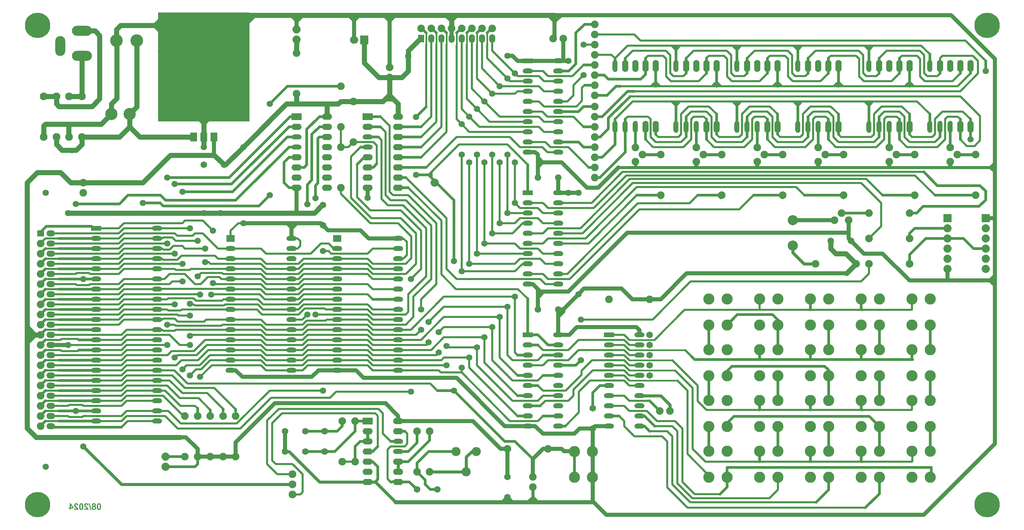
<source format=gbl>
G04 Layer_Physical_Order=2*
G04 Layer_Color=16711680*
%FSLAX25Y25*%
%MOIN*%
G70*
G01*
G75*
%ADD10C,0.05000*%
%ADD11C,0.02500*%
%ADD12C,0.04000*%
%ADD13C,0.02000*%
%ADD14C,0.03000*%
%ADD15R,0.90000X1.07500*%
%ADD16O,0.19700X0.09800*%
%ADD17O,0.09800X0.19700*%
%ADD18C,0.08000*%
%ADD19R,0.08000X0.08000*%
%ADD20C,0.06500*%
%ADD21C,0.17716*%
%ADD22R,0.07000X0.09000*%
%ADD23C,0.25000*%
%ADD24C,0.07600*%
%ADD25O,0.08000X0.07600*%
%ADD26R,0.08000X0.08500*%
%ADD27C,0.09000*%
%ADD28C,0.07500*%
%ADD29C,0.12000*%
%ADD30R,0.06000X0.07500*%
%ADD31O,0.06000X0.08500*%
%ADD32R,0.10000X0.05000*%
%ADD33O,0.10000X0.05000*%
%ADD34R,0.08000X0.06500*%
%ADD35O,0.10000X0.06000*%
%ADD36R,0.10000X0.07000*%
%ADD37C,0.10000*%
%ADD38C,0.12500*%
%ADD39O,0.05000X0.12000*%
%ADD40O,0.06000X0.12000*%
%ADD41C,0.11000*%
%ADD42R,0.07000X0.06000*%
%ADD43O,0.08500X0.06000*%
%ADD44C,0.06693*%
%ADD45C,0.06200*%
%ADD46C,0.05000*%
%ADD47C,0.01500*%
G36*
X689592Y403931D02*
X689759Y403914D01*
X689909Y403881D01*
X690042Y403839D01*
X690175Y403789D01*
X690292Y403731D01*
X690400Y403673D01*
X690500Y403614D01*
X690584Y403548D01*
X690659Y403489D01*
X690725Y403431D01*
X690784Y403381D01*
X690825Y403339D01*
X690850Y403306D01*
X690867Y403289D01*
X690875Y403281D01*
X690983Y403123D01*
X691083Y402940D01*
X691167Y402740D01*
X691233Y402531D01*
X691300Y402323D01*
X691350Y402098D01*
X691392Y401882D01*
X691425Y401673D01*
X691450Y401473D01*
X691467Y401282D01*
X691483Y401115D01*
X691492Y400965D01*
Y400840D01*
X691500Y400790D01*
Y400749D01*
Y400707D01*
Y400690D01*
Y400674D01*
Y400665D01*
X691492Y400332D01*
X691475Y400024D01*
X691450Y399741D01*
X691408Y399482D01*
X691367Y399249D01*
X691317Y399041D01*
X691267Y398858D01*
X691217Y398691D01*
X691167Y398550D01*
X691109Y398425D01*
X691067Y398325D01*
X691025Y398241D01*
X690983Y398175D01*
X690959Y398133D01*
X690942Y398108D01*
X690934Y398100D01*
X690825Y397975D01*
X690700Y397867D01*
X690584Y397767D01*
X690459Y397683D01*
X690325Y397617D01*
X690201Y397558D01*
X690084Y397508D01*
X689967Y397475D01*
X689851Y397442D01*
X689751Y397425D01*
X689659Y397408D01*
X689584Y397392D01*
X689517D01*
X689467Y397383D01*
X689426D01*
X689259Y397392D01*
X689093Y397408D01*
X688943Y397442D01*
X688809Y397483D01*
X688676Y397533D01*
X688559Y397592D01*
X688451Y397650D01*
X688351Y397708D01*
X688268Y397767D01*
X688185Y397825D01*
X688126Y397883D01*
X688068Y397933D01*
X688026Y397975D01*
X688001Y398008D01*
X687985Y398025D01*
X687976Y398033D01*
X687868Y398191D01*
X687768Y398375D01*
X687685Y398575D01*
X687610Y398783D01*
X687552Y398999D01*
X687502Y399216D01*
X687452Y399433D01*
X687418Y399649D01*
X687393Y399849D01*
X687377Y400041D01*
X687360Y400207D01*
X687352Y400357D01*
X687343Y400482D01*
Y400532D01*
Y400574D01*
Y400615D01*
Y400640D01*
Y400649D01*
Y400657D01*
X687352Y400990D01*
X687368Y401290D01*
X687402Y401573D01*
X687443Y401832D01*
X687485Y402073D01*
X687543Y402290D01*
X687593Y402481D01*
X687651Y402648D01*
X687710Y402798D01*
X687768Y402923D01*
X687826Y403031D01*
X687868Y403123D01*
X687910Y403189D01*
X687943Y403239D01*
X687960Y403264D01*
X687968Y403273D01*
X688068Y403389D01*
X688185Y403489D01*
X688301Y403581D01*
X688418Y403656D01*
X688534Y403722D01*
X688659Y403781D01*
X688776Y403823D01*
X688893Y403856D01*
X689001Y403881D01*
X689101Y403906D01*
X689193Y403922D01*
X689268Y403931D01*
X689334Y403939D01*
X689426D01*
X689592Y403931D01*
D02*
G37*
G36*
X681937Y397392D02*
X681038D01*
X679438Y404014D01*
X680363D01*
X681937Y397392D01*
D02*
G37*
G36*
X664361Y399857D02*
Y398791D01*
X661745D01*
Y397500D01*
X660554D01*
Y398791D01*
X659763D01*
Y399866D01*
X660554D01*
Y403931D01*
X661595D01*
X664361Y399857D01*
D02*
G37*
G36*
X684628Y403931D02*
X684786Y403922D01*
X684936Y403897D01*
X685078Y403864D01*
X685203Y403831D01*
X685319Y403789D01*
X685427Y403748D01*
X685519Y403706D01*
X685602Y403656D01*
X685677Y403614D01*
X685744Y403573D01*
X685794Y403539D01*
X685836Y403506D01*
X685861Y403481D01*
X685877Y403473D01*
X685886Y403464D01*
X685977Y403373D01*
X686052Y403281D01*
X686119Y403181D01*
X686177Y403081D01*
X686219Y402989D01*
X686260Y402889D01*
X686319Y402706D01*
X686360Y402540D01*
X686369Y402465D01*
X686377Y402406D01*
X686385Y402356D01*
Y402323D01*
Y402298D01*
Y402290D01*
X686377Y402132D01*
X686352Y401990D01*
X686319Y401857D01*
X686277Y401740D01*
X686244Y401648D01*
X686210Y401573D01*
X686186Y401532D01*
X686177Y401515D01*
X686086Y401390D01*
X685977Y401282D01*
X685861Y401190D01*
X685744Y401107D01*
X685644Y401049D01*
X685552Y400999D01*
X685519Y400990D01*
X685502Y400974D01*
X685486Y400965D01*
X685477D01*
X685669Y400865D01*
X685844Y400757D01*
X685977Y400649D01*
X686094Y400540D01*
X686186Y400441D01*
X686244Y400365D01*
X686285Y400307D01*
X686294Y400299D01*
Y400290D01*
X686377Y400124D01*
X686435Y399957D01*
X686485Y399799D01*
X686510Y399649D01*
X686527Y399524D01*
X686535Y399466D01*
Y399424D01*
X686544Y399383D01*
Y399358D01*
Y399341D01*
Y399333D01*
X686535Y399158D01*
X686510Y398999D01*
X686477Y398841D01*
X686435Y398699D01*
X686385Y398566D01*
X686327Y398441D01*
X686269Y398333D01*
X686202Y398233D01*
X686135Y398141D01*
X686077Y398066D01*
X686019Y398000D01*
X685969Y397941D01*
X685927Y397900D01*
X685886Y397867D01*
X685869Y397850D01*
X685861Y397842D01*
X685744Y397758D01*
X685627Y397692D01*
X685511Y397633D01*
X685386Y397575D01*
X685144Y397492D01*
X684911Y397442D01*
X684811Y397425D01*
X684711Y397408D01*
X684619Y397400D01*
X684544Y397392D01*
X684486Y397383D01*
X684403D01*
X684228Y397392D01*
X684070Y397408D01*
X683911Y397433D01*
X683770Y397467D01*
X683637Y397508D01*
X683511Y397558D01*
X683395Y397608D01*
X683295Y397658D01*
X683203Y397708D01*
X683120Y397758D01*
X683053Y397808D01*
X682995Y397850D01*
X682953Y397883D01*
X682920Y397908D01*
X682903Y397925D01*
X682895Y397933D01*
X682795Y398041D01*
X682712Y398158D01*
X682628Y398275D01*
X682570Y398391D01*
X682512Y398516D01*
X682470Y398641D01*
X682395Y398866D01*
X682379Y398974D01*
X682362Y399074D01*
X682345Y399158D01*
X682337Y399233D01*
X682329Y399299D01*
Y399341D01*
Y399374D01*
Y399383D01*
X682337Y399583D01*
X682370Y399757D01*
X682420Y399924D01*
X682470Y400057D01*
X682520Y400174D01*
X682570Y400257D01*
X682587Y400290D01*
X682604Y400316D01*
X682612Y400324D01*
Y400332D01*
X682728Y400482D01*
X682854Y400607D01*
X682987Y400715D01*
X683120Y400807D01*
X683237Y400874D01*
X683328Y400924D01*
X683370Y400940D01*
X683395Y400957D01*
X683412Y400965D01*
X683420D01*
X683270Y401040D01*
X683145Y401124D01*
X683028Y401215D01*
X682937Y401299D01*
X682862Y401373D01*
X682812Y401432D01*
X682779Y401473D01*
X682770Y401490D01*
X682695Y401623D01*
X682637Y401765D01*
X682595Y401898D01*
X682562Y402023D01*
X682545Y402132D01*
X682537Y402215D01*
Y402248D01*
Y402273D01*
Y402281D01*
Y402290D01*
X682545Y402423D01*
X682562Y402540D01*
X682587Y402665D01*
X682612Y402773D01*
X682695Y402973D01*
X682787Y403139D01*
X682837Y403214D01*
X682887Y403281D01*
X682928Y403331D01*
X682962Y403381D01*
X682995Y403414D01*
X683020Y403439D01*
X683037Y403456D01*
X683045Y403464D01*
X683145Y403548D01*
X683253Y403623D01*
X683362Y403681D01*
X683478Y403739D01*
X683595Y403789D01*
X683720Y403823D01*
X683945Y403881D01*
X684053Y403897D01*
X684145Y403914D01*
X684236Y403922D01*
X684311Y403931D01*
X684378Y403939D01*
X684461D01*
X684628Y403931D01*
D02*
G37*
G36*
X677114D02*
X677264Y403922D01*
X677414Y403897D01*
X677547Y403872D01*
X677672Y403839D01*
X677789Y403797D01*
X677905Y403756D01*
X677997Y403722D01*
X678089Y403681D01*
X678172Y403639D01*
X678239Y403598D01*
X678297Y403564D01*
X678339Y403539D01*
X678372Y403514D01*
X678389Y403506D01*
X678397Y403498D01*
X678497Y403406D01*
X678588Y403306D01*
X678672Y403198D01*
X678747Y403081D01*
X678813Y402964D01*
X678863Y402840D01*
X678955Y402606D01*
X678988Y402490D01*
X679013Y402381D01*
X679038Y402290D01*
X679055Y402206D01*
X679063Y402140D01*
X679072Y402081D01*
X679080Y402048D01*
Y402040D01*
X677855Y401923D01*
X677831Y402107D01*
X677797Y402265D01*
X677755Y402398D01*
X677714Y402506D01*
X677672Y402590D01*
X677631Y402648D01*
X677606Y402681D01*
X677597Y402690D01*
X677506Y402765D01*
X677406Y402823D01*
X677306Y402865D01*
X677206Y402898D01*
X677122Y402914D01*
X677056Y402923D01*
X676989D01*
X676848Y402914D01*
X676731Y402889D01*
X676623Y402848D01*
X676539Y402814D01*
X676473Y402773D01*
X676423Y402731D01*
X676389Y402706D01*
X676381Y402698D01*
X676306Y402606D01*
X676248Y402506D01*
X676215Y402398D01*
X676181Y402298D01*
X676164Y402206D01*
X676156Y402132D01*
Y402081D01*
Y402073D01*
Y402065D01*
X676164Y401923D01*
X676198Y401790D01*
X676239Y401665D01*
X676281Y401548D01*
X676331Y401457D01*
X676373Y401382D01*
X676406Y401332D01*
X676414Y401324D01*
Y401315D01*
X676456Y401257D01*
X676514Y401190D01*
X676573Y401115D01*
X676648Y401032D01*
X676814Y400865D01*
X676989Y400690D01*
X677156Y400524D01*
X677231Y400457D01*
X677297Y400390D01*
X677356Y400341D01*
X677397Y400299D01*
X677422Y400274D01*
X677431Y400266D01*
X677614Y400091D01*
X677780Y399924D01*
X677939Y399766D01*
X678080Y399624D01*
X678205Y399482D01*
X678314Y399358D01*
X678414Y399241D01*
X678505Y399133D01*
X678580Y399041D01*
X678639Y398958D01*
X678688Y398891D01*
X678730Y398833D01*
X678763Y398783D01*
X678788Y398749D01*
X678797Y398733D01*
X678805Y398725D01*
X678922Y398508D01*
X679013Y398291D01*
X679088Y398083D01*
X679147Y397891D01*
X679163Y397808D01*
X679180Y397733D01*
X679197Y397667D01*
X679205Y397608D01*
X679213Y397567D01*
X679222Y397525D01*
Y397508D01*
Y397500D01*
X674923D01*
Y398641D01*
X677364D01*
X677289Y398758D01*
X677206Y398866D01*
X677172Y398908D01*
X677139Y398941D01*
X677122Y398966D01*
X677114Y398974D01*
X677081Y399008D01*
X677039Y399058D01*
X676931Y399158D01*
X676814Y399274D01*
X676689Y399391D01*
X676573Y399507D01*
X676473Y399599D01*
X676431Y399633D01*
X676406Y399658D01*
X676389Y399674D01*
X676381Y399682D01*
X676273Y399782D01*
X676181Y399874D01*
X676006Y400041D01*
X675873Y400182D01*
X675756Y400299D01*
X675673Y400390D01*
X675615Y400457D01*
X675581Y400491D01*
X675573Y400507D01*
X675456Y400665D01*
X675356Y400815D01*
X675273Y400949D01*
X675198Y401074D01*
X675148Y401173D01*
X675115Y401257D01*
X675090Y401307D01*
X675082Y401315D01*
Y401324D01*
X675032Y401473D01*
X674990Y401615D01*
X674965Y401757D01*
X674940Y401882D01*
X674932Y401990D01*
X674923Y402073D01*
Y402107D01*
Y402132D01*
Y402140D01*
Y402148D01*
X674932Y402290D01*
X674948Y402423D01*
X674973Y402548D01*
X675007Y402673D01*
X675098Y402889D01*
X675140Y402981D01*
X675190Y403073D01*
X675248Y403156D01*
X675290Y403223D01*
X675340Y403281D01*
X675382Y403331D01*
X675415Y403373D01*
X675440Y403398D01*
X675456Y403414D01*
X675465Y403423D01*
X675573Y403514D01*
X675681Y403589D01*
X675806Y403664D01*
X675923Y403722D01*
X676048Y403772D01*
X676173Y403814D01*
X676414Y403872D01*
X676523Y403897D01*
X676623Y403914D01*
X676723Y403922D01*
X676797Y403931D01*
X676864Y403939D01*
X676956D01*
X677114Y403931D01*
D02*
G37*
G36*
X667168D02*
X667318Y403922D01*
X667468Y403897D01*
X667601Y403872D01*
X667726Y403839D01*
X667843Y403797D01*
X667959Y403756D01*
X668051Y403722D01*
X668143Y403681D01*
X668226Y403639D01*
X668293Y403598D01*
X668351Y403564D01*
X668393Y403539D01*
X668426Y403514D01*
X668443Y403506D01*
X668451Y403498D01*
X668551Y403406D01*
X668643Y403306D01*
X668726Y403198D01*
X668801Y403081D01*
X668867Y402964D01*
X668917Y402840D01*
X669009Y402606D01*
X669042Y402490D01*
X669067Y402381D01*
X669092Y402290D01*
X669109Y402206D01*
X669117Y402140D01*
X669126Y402081D01*
X669134Y402048D01*
Y402040D01*
X667909Y401923D01*
X667884Y402107D01*
X667851Y402265D01*
X667809Y402398D01*
X667768Y402506D01*
X667726Y402590D01*
X667685Y402648D01*
X667660Y402681D01*
X667651Y402690D01*
X667560Y402765D01*
X667460Y402823D01*
X667360Y402865D01*
X667260Y402898D01*
X667176Y402914D01*
X667110Y402923D01*
X667043D01*
X666901Y402914D01*
X666785Y402889D01*
X666677Y402848D01*
X666593Y402814D01*
X666527Y402773D01*
X666477Y402731D01*
X666443Y402706D01*
X666435Y402698D01*
X666360Y402606D01*
X666302Y402506D01*
X666268Y402398D01*
X666235Y402298D01*
X666219Y402206D01*
X666210Y402132D01*
Y402081D01*
Y402073D01*
Y402065D01*
X666219Y401923D01*
X666252Y401790D01*
X666293Y401665D01*
X666335Y401548D01*
X666385Y401457D01*
X666427Y401382D01*
X666460Y401332D01*
X666468Y401324D01*
Y401315D01*
X666510Y401257D01*
X666568Y401190D01*
X666627Y401115D01*
X666702Y401032D01*
X666868Y400865D01*
X667043Y400690D01*
X667210Y400524D01*
X667285Y400457D01*
X667351Y400390D01*
X667410Y400341D01*
X667451Y400299D01*
X667476Y400274D01*
X667485Y400266D01*
X667668Y400091D01*
X667835Y399924D01*
X667993Y399766D01*
X668134Y399624D01*
X668259Y399482D01*
X668368Y399358D01*
X668468Y399241D01*
X668559Y399133D01*
X668634Y399041D01*
X668692Y398958D01*
X668742Y398891D01*
X668784Y398833D01*
X668817Y398783D01*
X668842Y398749D01*
X668851Y398733D01*
X668859Y398725D01*
X668976Y398508D01*
X669067Y398291D01*
X669142Y398083D01*
X669201Y397891D01*
X669217Y397808D01*
X669234Y397733D01*
X669251Y397667D01*
X669259Y397608D01*
X669267Y397567D01*
X669276Y397525D01*
Y397508D01*
Y397500D01*
X664977D01*
Y398641D01*
X667418D01*
X667343Y398758D01*
X667260Y398866D01*
X667226Y398908D01*
X667193Y398941D01*
X667176Y398966D01*
X667168Y398974D01*
X667135Y399008D01*
X667093Y399058D01*
X666985Y399158D01*
X666868Y399274D01*
X666743Y399391D01*
X666627Y399507D01*
X666527Y399599D01*
X666485Y399633D01*
X666460Y399658D01*
X666443Y399674D01*
X666435Y399682D01*
X666327Y399782D01*
X666235Y399874D01*
X666060Y400041D01*
X665927Y400182D01*
X665810Y400299D01*
X665727Y400390D01*
X665669Y400457D01*
X665635Y400491D01*
X665627Y400507D01*
X665510Y400665D01*
X665410Y400815D01*
X665327Y400949D01*
X665252Y401074D01*
X665202Y401173D01*
X665169Y401257D01*
X665144Y401307D01*
X665135Y401315D01*
Y401324D01*
X665086Y401473D01*
X665044Y401615D01*
X665019Y401757D01*
X664994Y401882D01*
X664986Y401990D01*
X664977Y402073D01*
Y402107D01*
Y402132D01*
Y402140D01*
Y402148D01*
X664986Y402290D01*
X665002Y402423D01*
X665027Y402548D01*
X665061Y402673D01*
X665152Y402889D01*
X665194Y402981D01*
X665244Y403073D01*
X665302Y403156D01*
X665344Y403223D01*
X665394Y403281D01*
X665435Y403331D01*
X665469Y403373D01*
X665494Y403398D01*
X665510Y403414D01*
X665519Y403423D01*
X665627Y403514D01*
X665735Y403589D01*
X665860Y403664D01*
X665977Y403722D01*
X666102Y403772D01*
X666227Y403814D01*
X666468Y403872D01*
X666577Y403897D01*
X666677Y403914D01*
X666777Y403922D01*
X666852Y403931D01*
X666918Y403939D01*
X667010D01*
X667168Y403931D01*
D02*
G37*
G36*
X672191D02*
X672358Y403914D01*
X672508Y403881D01*
X672641Y403839D01*
X672774Y403789D01*
X672891Y403731D01*
X672999Y403673D01*
X673099Y403614D01*
X673182Y403548D01*
X673257Y403489D01*
X673324Y403431D01*
X673382Y403381D01*
X673424Y403339D01*
X673449Y403306D01*
X673465Y403289D01*
X673474Y403281D01*
X673582Y403123D01*
X673682Y402940D01*
X673765Y402740D01*
X673832Y402531D01*
X673899Y402323D01*
X673949Y402098D01*
X673990Y401882D01*
X674024Y401673D01*
X674049Y401473D01*
X674065Y401282D01*
X674082Y401115D01*
X674090Y400965D01*
Y400840D01*
X674099Y400790D01*
Y400749D01*
Y400707D01*
Y400690D01*
Y400674D01*
Y400665D01*
X674090Y400332D01*
X674074Y400024D01*
X674049Y399741D01*
X674007Y399482D01*
X673965Y399249D01*
X673915Y399041D01*
X673865Y398858D01*
X673815Y398691D01*
X673765Y398550D01*
X673707Y398425D01*
X673666Y398325D01*
X673624Y398241D01*
X673582Y398175D01*
X673557Y398133D01*
X673540Y398108D01*
X673532Y398100D01*
X673424Y397975D01*
X673299Y397867D01*
X673182Y397767D01*
X673057Y397683D01*
X672924Y397617D01*
X672799Y397558D01*
X672683Y397508D01*
X672566Y397475D01*
X672449Y397442D01*
X672349Y397425D01*
X672258Y397408D01*
X672183Y397392D01*
X672116D01*
X672066Y397383D01*
X672024D01*
X671858Y397392D01*
X671691Y397408D01*
X671541Y397442D01*
X671408Y397483D01*
X671275Y397533D01*
X671158Y397592D01*
X671050Y397650D01*
X670950Y397708D01*
X670867Y397767D01*
X670783Y397825D01*
X670725Y397883D01*
X670667Y397933D01*
X670625Y397975D01*
X670600Y398008D01*
X670583Y398025D01*
X670575Y398033D01*
X670467Y398191D01*
X670367Y398375D01*
X670284Y398575D01*
X670209Y398783D01*
X670150Y398999D01*
X670100Y399216D01*
X670050Y399433D01*
X670017Y399649D01*
X669992Y399849D01*
X669975Y400041D01*
X669959Y400207D01*
X669950Y400357D01*
X669942Y400482D01*
Y400532D01*
Y400574D01*
Y400615D01*
Y400640D01*
Y400649D01*
Y400657D01*
X669950Y400990D01*
X669967Y401290D01*
X670000Y401573D01*
X670042Y401832D01*
X670084Y402073D01*
X670142Y402290D01*
X670192Y402481D01*
X670250Y402648D01*
X670308Y402798D01*
X670367Y402923D01*
X670425Y403031D01*
X670467Y403123D01*
X670508Y403189D01*
X670542Y403239D01*
X670558Y403264D01*
X670567Y403273D01*
X670667Y403389D01*
X670783Y403489D01*
X670900Y403581D01*
X671017Y403656D01*
X671133Y403722D01*
X671258Y403781D01*
X671375Y403823D01*
X671491Y403856D01*
X671600Y403881D01*
X671700Y403906D01*
X671791Y403922D01*
X671866Y403931D01*
X671933Y403939D01*
X672024D01*
X672191Y403931D01*
D02*
G37*
%LPC*%
G36*
X689467Y402923D02*
X689426D01*
X689342Y402914D01*
X689268Y402898D01*
X689201Y402873D01*
X689143Y402848D01*
X689101Y402823D01*
X689068Y402798D01*
X689043Y402781D01*
X689034Y402773D01*
X688968Y402706D01*
X688918Y402623D01*
X688868Y402531D01*
X688826Y402440D01*
X688793Y402348D01*
X688759Y402273D01*
X688751Y402223D01*
X688743Y402215D01*
Y402206D01*
X688726Y402123D01*
X688701Y402023D01*
X688685Y401907D01*
X688676Y401790D01*
X688651Y401532D01*
X688643Y401273D01*
X688634Y401157D01*
Y401040D01*
X688626Y400932D01*
Y400840D01*
Y400765D01*
Y400707D01*
Y400674D01*
Y400657D01*
Y400449D01*
X688634Y400266D01*
Y400091D01*
X688643Y399932D01*
X688659Y399782D01*
X688668Y399649D01*
X688676Y399533D01*
X688693Y399433D01*
X688701Y399341D01*
X688718Y399258D01*
X688726Y399191D01*
X688734Y399141D01*
X688743Y399099D01*
X688751Y399074D01*
X688759Y399058D01*
Y399049D01*
X688801Y398924D01*
X688843Y398816D01*
X688884Y398725D01*
X688926Y398658D01*
X688968Y398608D01*
X689001Y398566D01*
X689018Y398550D01*
X689026Y398541D01*
X689093Y398491D01*
X689159Y398458D01*
X689226Y398433D01*
X689293Y398416D01*
X689342Y398408D01*
X689384Y398400D01*
X689426D01*
X689509Y398408D01*
X689584Y398425D01*
X689651Y398441D01*
X689709Y398466D01*
X689759Y398491D01*
X689792Y398516D01*
X689817Y398525D01*
X689826Y398533D01*
X689884Y398600D01*
X689942Y398683D01*
X689992Y398775D01*
X690026Y398866D01*
X690059Y398958D01*
X690084Y399033D01*
X690101Y399083D01*
X690109Y399091D01*
Y399099D01*
X690126Y399191D01*
X690142Y399291D01*
X690159Y399399D01*
X690167Y399524D01*
X690192Y399782D01*
X690201Y400041D01*
X690209Y400157D01*
Y400274D01*
X690217Y400382D01*
Y400474D01*
Y400549D01*
Y400607D01*
Y400640D01*
Y400657D01*
Y400865D01*
X690209Y401049D01*
Y401224D01*
X690201Y401390D01*
X690184Y401532D01*
X690175Y401665D01*
X690167Y401782D01*
X690150Y401890D01*
X690142Y401973D01*
X690134Y402057D01*
X690117Y402123D01*
X690109Y402173D01*
X690101Y402215D01*
Y402240D01*
X690092Y402256D01*
Y402265D01*
X690051Y402390D01*
X690009Y402498D01*
X689967Y402590D01*
X689926Y402656D01*
X689884Y402706D01*
X689851Y402748D01*
X689834Y402765D01*
X689826Y402773D01*
X689759Y402823D01*
X689692Y402856D01*
X689626Y402889D01*
X689559Y402906D01*
X689509Y402914D01*
X689467Y402923D01*
D02*
G37*
G36*
X661745Y402040D02*
Y399866D01*
X663211D01*
X661745Y402040D01*
D02*
G37*
G36*
X684511Y402964D02*
X684453D01*
X684328Y402956D01*
X684220Y402931D01*
X684128Y402898D01*
X684053Y402865D01*
X683986Y402823D01*
X683945Y402790D01*
X683911Y402765D01*
X683903Y402756D01*
X683828Y402673D01*
X683778Y402581D01*
X683736Y402490D01*
X683711Y402398D01*
X683695Y402323D01*
X683686Y402256D01*
Y402215D01*
Y402198D01*
X683695Y402065D01*
X683720Y401957D01*
X683753Y401857D01*
X683795Y401773D01*
X683836Y401707D01*
X683870Y401665D01*
X683895Y401632D01*
X683903Y401623D01*
X683986Y401557D01*
X684078Y401507D01*
X684170Y401473D01*
X684261Y401448D01*
X684344Y401432D01*
X684411Y401423D01*
X684470D01*
X684594Y401432D01*
X684703Y401457D01*
X684794Y401490D01*
X684869Y401523D01*
X684936Y401557D01*
X684978Y401590D01*
X685011Y401615D01*
X685019Y401623D01*
X685086Y401707D01*
X685136Y401798D01*
X685178Y401898D01*
X685203Y401990D01*
X685219Y402073D01*
X685227Y402140D01*
Y402181D01*
Y402198D01*
X685219Y402323D01*
X685194Y402431D01*
X685161Y402523D01*
X685119Y402598D01*
X685086Y402665D01*
X685053Y402706D01*
X685028Y402740D01*
X685019Y402748D01*
X684936Y402823D01*
X684844Y402873D01*
X684744Y402914D01*
X684661Y402940D01*
X684578Y402956D01*
X684511Y402964D01*
D02*
G37*
G36*
X684486Y400449D02*
X684445D01*
X684303Y400441D01*
X684178Y400407D01*
X684070Y400357D01*
X683978Y400307D01*
X683903Y400257D01*
X683845Y400207D01*
X683811Y400174D01*
X683803Y400166D01*
X683720Y400057D01*
X683653Y399941D01*
X683611Y399816D01*
X683578Y399699D01*
X683562Y399599D01*
X683545Y399516D01*
Y399482D01*
Y399458D01*
Y399449D01*
Y399441D01*
X683553Y399258D01*
X683587Y399099D01*
X683620Y398966D01*
X683670Y398850D01*
X683711Y398766D01*
X683753Y398699D01*
X683786Y398666D01*
X683795Y398650D01*
X683895Y398558D01*
X683995Y398491D01*
X684103Y398441D01*
X684203Y398408D01*
X684295Y398391D01*
X684361Y398383D01*
X684411Y398375D01*
X684428D01*
X684569Y398383D01*
X684694Y398416D01*
X684803Y398466D01*
X684903Y398516D01*
X684978Y398566D01*
X685028Y398616D01*
X685069Y398650D01*
X685078Y398658D01*
X685161Y398775D01*
X685227Y398899D01*
X685269Y399033D01*
X685302Y399166D01*
X685319Y399283D01*
X685327Y399374D01*
X685336Y399408D01*
Y399433D01*
Y399449D01*
Y399458D01*
X685327Y399591D01*
X685302Y399716D01*
X685269Y399832D01*
X685227Y399932D01*
X685186Y400016D01*
X685152Y400074D01*
X685127Y400116D01*
X685119Y400132D01*
X685028Y400241D01*
X684919Y400316D01*
X684803Y400374D01*
X684694Y400407D01*
X684594Y400432D01*
X684519Y400441D01*
X684486Y400449D01*
D02*
G37*
G36*
X672066Y402923D02*
X672024D01*
X671941Y402914D01*
X671866Y402898D01*
X671800Y402873D01*
X671741Y402848D01*
X671700Y402823D01*
X671666Y402798D01*
X671641Y402781D01*
X671633Y402773D01*
X671566Y402706D01*
X671516Y402623D01*
X671466Y402531D01*
X671425Y402440D01*
X671391Y402348D01*
X671358Y402273D01*
X671350Y402223D01*
X671341Y402215D01*
Y402206D01*
X671325Y402123D01*
X671300Y402023D01*
X671283Y401907D01*
X671275Y401790D01*
X671250Y401532D01*
X671241Y401273D01*
X671233Y401157D01*
Y401040D01*
X671225Y400932D01*
Y400840D01*
Y400765D01*
Y400707D01*
Y400674D01*
Y400657D01*
Y400449D01*
X671233Y400266D01*
Y400091D01*
X671241Y399932D01*
X671258Y399782D01*
X671266Y399649D01*
X671275Y399533D01*
X671291Y399433D01*
X671300Y399341D01*
X671316Y399258D01*
X671325Y399191D01*
X671333Y399141D01*
X671341Y399099D01*
X671350Y399074D01*
X671358Y399058D01*
Y399049D01*
X671400Y398924D01*
X671441Y398816D01*
X671483Y398725D01*
X671525Y398658D01*
X671566Y398608D01*
X671600Y398566D01*
X671616Y398550D01*
X671625Y398541D01*
X671691Y398491D01*
X671758Y398458D01*
X671825Y398433D01*
X671891Y398416D01*
X671941Y398408D01*
X671983Y398400D01*
X672024D01*
X672108Y398408D01*
X672183Y398425D01*
X672249Y398441D01*
X672308Y398466D01*
X672358Y398491D01*
X672391Y398516D01*
X672416Y398525D01*
X672424Y398533D01*
X672483Y398600D01*
X672541Y398683D01*
X672591Y398775D01*
X672624Y398866D01*
X672657Y398958D01*
X672683Y399033D01*
X672699Y399083D01*
X672708Y399091D01*
Y399099D01*
X672724Y399191D01*
X672741Y399291D01*
X672757Y399399D01*
X672766Y399524D01*
X672791Y399782D01*
X672799Y400041D01*
X672808Y400157D01*
Y400274D01*
X672816Y400382D01*
Y400474D01*
Y400549D01*
Y400607D01*
Y400640D01*
Y400657D01*
Y400865D01*
X672808Y401049D01*
Y401224D01*
X672799Y401390D01*
X672783Y401532D01*
X672774Y401665D01*
X672766Y401782D01*
X672749Y401890D01*
X672741Y401973D01*
X672732Y402057D01*
X672716Y402123D01*
X672708Y402173D01*
X672699Y402215D01*
Y402240D01*
X672691Y402256D01*
Y402265D01*
X672649Y402390D01*
X672608Y402498D01*
X672566Y402590D01*
X672524Y402656D01*
X672483Y402706D01*
X672449Y402748D01*
X672433Y402765D01*
X672424Y402773D01*
X672358Y402823D01*
X672291Y402856D01*
X672224Y402889D01*
X672158Y402906D01*
X672108Y402914D01*
X672066Y402923D01*
D02*
G37*
%LPD*%
D10*
X829000Y885000D02*
X842000D01*
X659500Y765000D02*
Y777500D01*
X994000Y850000D02*
X1006500Y862500D01*
X719500Y790000D02*
X720750Y788750D01*
X691500Y777500D02*
X701500Y787500D01*
X719500Y775000D02*
Y787500D01*
X707000Y803000D02*
Y859500D01*
X701500Y797500D02*
X707000Y803000D01*
X706500Y860000D02*
X707000Y859500D01*
X1410000Y655000D02*
Y662500D01*
Y655000D02*
X1415000Y650000D01*
X1425000D01*
X1435000Y640000D01*
X1425500Y630500D02*
X1435000Y640000D01*
X879000Y885000D02*
X889000D01*
X842000D02*
X879000D01*
X874000Y797500D02*
X884000D01*
X636500Y777500D02*
X659500D01*
X635000Y776000D02*
X636500Y777500D01*
X659500D02*
X691500D01*
X709500Y765000D02*
X719500Y775000D01*
X672500Y765000D02*
X709500D01*
X660000Y805000D02*
X672500D01*
Y844900D01*
X719500Y775000D02*
X729500Y765000D01*
X720750Y788750D02*
X726500Y794500D01*
X719500Y787500D02*
X720750Y788750D01*
X759500Y747000D02*
X802500D01*
X732500Y720000D02*
X759500Y747000D01*
X744500Y875000D02*
X749000Y870500D01*
X744500Y875000D02*
X749500D01*
X710500D02*
X744500D01*
X748500Y879000D01*
X706500Y871000D02*
X710500Y875000D01*
X706500Y860000D02*
Y871000D01*
X729500Y765000D02*
X782500D01*
X701500Y787500D02*
Y797500D01*
X726500Y794500D02*
Y860000D01*
X672500Y869500D02*
X685500D01*
X690000Y865000D01*
Y805000D02*
Y865000D01*
X682500Y795000D02*
X690000Y802500D01*
X650000Y795000D02*
X682500D01*
X647500Y797500D02*
X650000Y795000D01*
X647500Y797500D02*
Y805000D01*
X836000Y879000D02*
X842000Y885000D01*
X792500Y690000D02*
X809000D01*
X803000Y747000D02*
X812500Y737500D01*
X802500Y747000D02*
X803000D01*
X792500Y755000D02*
Y765000D01*
X812500Y737500D02*
X814000D01*
X786000Y785500D02*
X792500Y779000D01*
Y784500D01*
Y779000D02*
X800000Y786500D01*
X792500Y765000D02*
Y779000D01*
X662000Y752000D02*
X662500Y751500D01*
X627500Y469000D02*
X769000D01*
X809000Y690000D02*
X884000D01*
X940000Y800000D02*
X969000D01*
X927500D02*
X940000D01*
X969000D02*
X971500Y802500D01*
X925000Y797500D02*
X927500Y800000D01*
X994000Y844500D02*
Y850000D01*
X647500Y757500D02*
X653000Y752000D01*
X647500Y757500D02*
Y765000D01*
X653000Y752000D02*
X662000D01*
X667000D02*
X672500Y757500D01*
Y765000D01*
X635000D02*
Y776000D01*
Y805000D02*
X647500D01*
X662000Y752000D02*
X667000D01*
X914000Y797500D02*
X925000D01*
X979000Y802500D02*
X984000Y797500D01*
X831500Y755000D02*
X874000Y797500D01*
X914000Y785000D02*
Y797500D01*
X984000Y786000D02*
Y797500D01*
X975500Y885000D02*
X982000D01*
X1036500Y872500D02*
Y878500D01*
Y885000D02*
X1043000D01*
X1138000D01*
X1036500Y878500D02*
Y885000D01*
X982000D02*
X1036500D01*
X884000Y847500D02*
Y860500D01*
Y690000D02*
X901500D01*
X909400Y697900D01*
X814000Y737500D02*
X831500Y755000D01*
X940000Y885000D02*
X945500D01*
X975500D01*
X935500D02*
X940000D01*
X950500Y838000D02*
Y860500D01*
Y838000D02*
X965000Y823500D01*
X975500D01*
X975000Y802500D02*
X975500Y803000D01*
X975000Y802500D02*
X979000D01*
X971500D02*
X975500Y806500D01*
Y823500D01*
X971500Y802500D02*
X975000D01*
X975500Y806000D02*
X979000Y802500D01*
X975500Y803000D02*
Y806000D01*
Y806500D01*
Y823500D02*
X987500D01*
X994000Y830000D02*
Y844500D01*
X987500Y823500D02*
X994000Y830000D01*
X884000Y797500D02*
Y807500D01*
Y797500D02*
X914000D01*
X884000Y880000D02*
X889000Y885000D01*
X934500D01*
X651500Y730000D02*
X661500Y720000D01*
X618500D02*
X628500Y730000D01*
X651500D01*
X618500Y478000D02*
X627500Y469000D01*
X618500Y562500D02*
X626000Y570000D01*
X618500Y478000D02*
Y562500D01*
Y570000D01*
X626000D02*
X631500D01*
X632000D01*
X618500Y577500D02*
X626000Y570000D01*
X618500Y577500D02*
Y720000D01*
Y570000D02*
Y577500D01*
X661500Y720000D02*
X674000D01*
X732500D01*
X659000Y690000D02*
X792500D01*
D11*
X1250000Y495000D02*
X1251500Y496500D01*
Y495000D02*
Y496500D01*
X1492500Y675000D02*
X1525000D01*
X1487500Y670000D02*
X1492500Y675000D01*
X1487500Y665000D02*
Y670000D01*
Y649000D02*
X1503500Y665000D01*
X1487500Y640000D02*
Y649000D01*
Y662500D02*
Y665000D01*
X1071500Y867500D02*
X1076500Y872500D01*
X631500Y540000D02*
X636500Y545000D01*
X1157650Y429700D02*
Y455300D01*
X1006500Y872500D02*
X1011500Y867500D01*
X1014000Y727500D02*
X1039000Y702500D01*
X631500Y630000D02*
X636500Y635000D01*
X631500Y580000D02*
X636500Y585000D01*
X641500Y479000D02*
X711500D01*
X631500Y640000D02*
X636500Y645000D01*
X631500Y510000D02*
X636500Y515000D01*
X631500Y650000D02*
X636500Y655000D01*
X631500Y590000D02*
X636500Y595000D01*
X666500Y700000D02*
X667500Y699000D01*
X631500Y490000D02*
X636500Y495000D01*
X976500Y425000D02*
X983967Y425498D01*
X631500Y620000D02*
X636500Y625000D01*
X631500Y610000D02*
X636500Y615000D01*
X630500Y670000D02*
X637500Y677000D01*
X1041500Y867500D02*
X1046500Y872500D01*
X631500Y600000D02*
X636500Y605000D01*
X631500Y480000D02*
X636500Y485000D01*
X631500Y570000D02*
X636500Y575000D01*
X1051500Y867500D02*
X1056500Y872500D01*
X631500Y560000D02*
X636500Y565000D01*
X631500Y520000D02*
X636500Y525000D01*
X631500Y550000D02*
X636500Y555000D01*
X1061500Y867500D02*
X1066500Y872500D01*
X631500Y530000D02*
X636500Y535000D01*
X631500Y500000D02*
X636500Y505000D01*
X1550500Y655000D02*
X1562500D01*
X1540500Y665000D02*
X1550500Y655000D01*
X1525000Y665000D02*
X1540500D01*
X1503500D02*
X1525000D01*
X1487500Y639961D02*
Y640000D01*
X1501000Y696500D02*
X1556000D01*
X1494500Y690000D02*
X1501000Y696500D01*
X1487500Y690000D02*
X1494500D01*
X1420500D02*
X1447500D01*
X756500Y725000D02*
X817500D01*
X877500Y785000D01*
X755000Y440000D02*
X784000D01*
X786500Y442500D01*
Y450000D01*
X755000D02*
X774000D01*
X824000Y495000D02*
Y496500D01*
X811500Y495000D02*
Y497000D01*
X799000Y490000D02*
Y496000D01*
X786500Y490000D02*
Y497500D01*
X772500Y490000D02*
X774000D01*
X1219000Y707500D02*
X1240000D01*
X1279000D02*
X1299000D01*
X1334000D02*
X1360000D01*
X1384000D02*
X1420000D01*
X1461000D02*
X1490000D01*
X1512500D02*
X1552500D01*
X1501500Y730500D02*
X1515000Y717000D01*
X1177500Y725000D02*
X1182500D01*
X1207500Y750000D01*
X1185000Y745000D02*
X1197500Y757500D01*
X1177500Y745000D02*
X1185000D01*
X1198500Y815000D02*
X1202500D01*
X1189500Y806000D02*
X1198500Y815000D01*
X1177500Y806000D02*
X1189500D01*
X1210000Y810000D02*
X1216500D01*
X1185000Y785000D02*
X1210000Y810000D01*
X1191000Y783500D02*
X1212500Y805000D01*
X1191000Y773000D02*
Y783500D01*
X1183000Y765000D02*
X1191000Y773000D01*
X1177500Y765000D02*
X1183000D01*
X1227500Y826500D02*
Y835000D01*
X1223000Y822000D02*
X1227500Y826500D01*
X1191000Y822000D02*
X1223000D01*
X1187000Y826000D02*
X1191000Y822000D01*
X1177500Y826000D02*
X1187000D01*
X1547500Y762500D02*
Y775000D01*
X1537500Y762500D02*
Y775000D01*
X1547500D02*
Y782500D01*
X1014000Y455000D02*
X1036500D01*
X1176500Y725000D02*
X1177500D01*
X1176500Y745000D02*
X1177500D01*
Y785000D02*
X1185000D01*
X1176500D02*
X1177500D01*
X1176500Y765000D02*
X1177500D01*
X1176500Y866000D02*
X1177500D01*
X1176500Y826000D02*
X1177500D01*
X983967Y425498D02*
X984000Y425500D01*
X983967Y425498D02*
X983967D01*
X1001500Y784500D02*
X1011500Y794500D01*
X682000Y677000D02*
X684000Y675000D01*
X871500Y720000D02*
X876500Y715000D01*
X959000Y445000D02*
X964000Y440000D01*
X959000Y455000D02*
X964000Y460000D01*
X941500D02*
X946500Y465000D01*
X924000Y475000D02*
X929000Y480000D01*
X1099000Y465000D02*
X1116500Y447500D01*
X921500Y455000D02*
X941500Y475000D01*
X894000Y772500D02*
X906500Y785000D01*
X1039000Y515000D02*
X1089000Y465000D01*
X1121500Y570000D02*
X1131500Y560000D01*
X1231500Y505000D02*
X1241500Y495000D01*
X1226500Y490000D02*
X1236500Y480000D01*
X1226500D02*
X1231500Y475000D01*
X891500Y735000D02*
X894000Y737500D01*
X871500Y740000D02*
X876500Y745000D01*
X894500Y718000D02*
X899000Y722500D01*
Y767500D02*
X906500Y775000D01*
X1159000Y540000D02*
X1164000Y545000D01*
X959500Y735000D02*
X963000Y738500D01*
X961500Y425000D02*
X964000Y427500D01*
X1152000Y830000D02*
X1159000Y837000D01*
X1161500Y790000D02*
X1166500Y795000D01*
X1161500Y760000D02*
X1166500Y755000D01*
X1159000Y867500D02*
X1167500Y876000D01*
X975500Y878500D02*
X982000Y885000D01*
X969500Y884500D02*
X975500Y878500D01*
X1036500D02*
X1043000Y885000D01*
X1031000Y884000D02*
X1036500Y878500D01*
X954000Y445000D02*
X959000D01*
X984000D02*
X994000D01*
X976500Y465000D02*
X984000D01*
X946500D02*
X954000D01*
X1089000D02*
X1099000D01*
X984000Y475000D02*
X990500D01*
X984000Y455000D02*
X994000D01*
X1191500Y490000D02*
X1201500D01*
X666500Y495000D02*
X686500D01*
X1101500Y490000D02*
X1111500D01*
X1221500D02*
X1226500D01*
X1126500D02*
X1141500D01*
X650000Y495000D02*
X666500D01*
X650000Y505000D02*
X686500D01*
X1111500Y500000D02*
X1124000D01*
X1101500Y510000D02*
X1111500D01*
X941500Y485000D02*
X954000D01*
X650000D02*
X686500D01*
X650000Y525000D02*
X686500D01*
X1141500Y540000D02*
X1159000D01*
X650000Y535000D02*
X686500D01*
X1126500Y530000D02*
X1141500D01*
X1101500D02*
X1111500D01*
Y520000D02*
X1121500D01*
X1022500Y515000D02*
X1039000D01*
X650000D02*
X686500D01*
X669500Y555000D02*
X686500D01*
X1111500Y560000D02*
X1121500D01*
X1131500D02*
X1141500D01*
X650000Y575000D02*
X686500D01*
X669500Y565000D02*
X686500D01*
X1111500Y570000D02*
X1121500D01*
X1101500Y550000D02*
X1111500D01*
X1126500D02*
X1141500D01*
X650000Y545000D02*
X686500D01*
X650000Y605000D02*
X686500D01*
X650000Y595000D02*
X686500D01*
X650000Y585000D02*
X686500D01*
X959000Y605000D02*
X984000D01*
X650000Y635000D02*
X686500D01*
X650000Y615000D02*
X686500D01*
X650000Y655000D02*
X686500D01*
X650000Y665000D02*
X686500D01*
X650000Y645000D02*
X686500D01*
X637500Y677000D02*
X682000D01*
X984000Y715000D02*
X994000D01*
X876500D02*
X884000D01*
X1001500Y727500D02*
X1014000D01*
X984000Y735000D02*
X1011500D01*
X884000D02*
X891500D01*
X984000Y725000D02*
X991500D01*
X1171500Y735000D02*
X1176000D01*
X956500D02*
X959500D01*
X906500Y765000D02*
X914000D01*
X876500Y755000D02*
X884000D01*
X947000D02*
X954000D01*
Y765000D02*
X964500D01*
X984000D02*
X1006500D01*
X984000Y755000D02*
X1006500D01*
X1141500Y760000D02*
X1161500D01*
X1166500Y755000D02*
X1176000D01*
X876500Y745000D02*
X884000D01*
X950500D02*
X954000D01*
X984000D02*
X1006500D01*
X954000Y785000D02*
X966500D01*
X906500D02*
X914000D01*
X1166500Y795000D02*
X1176500D01*
X1141500Y790000D02*
X1161500D01*
X906500Y775000D02*
X914000D01*
X876500D02*
X884000D01*
X954000D02*
X966500D01*
X984000D02*
X1006500D01*
X1166500D02*
X1176500D01*
X1141500Y830000D02*
X1152000D01*
X1167500Y876000D02*
X1176500D01*
X894500Y698500D02*
Y718000D01*
X894000Y737500D02*
Y772500D01*
X871500Y720000D02*
Y740000D01*
X899000Y722500D02*
Y767500D01*
X941500Y475000D02*
Y485000D01*
Y445000D02*
Y460000D01*
X929000Y480000D02*
Y485000D01*
X964000Y427500D02*
Y440000D01*
X1016500Y725500D02*
Y729500D01*
X1039000Y642500D02*
Y702500D01*
X1111500Y710000D02*
Y737500D01*
Y570000D02*
Y605500D01*
X650000Y625000D02*
X674000D01*
X686500D01*
X1167500Y816000D02*
X1176500D01*
X1159000Y837000D02*
Y867500D01*
X1166500Y836000D02*
X1176500D01*
X1015000Y466000D02*
Y475000D01*
X994000Y445000D02*
X1015000Y466000D01*
X1002500Y463500D02*
Y475000D01*
X994000Y455000D02*
X1002500Y463500D01*
Y435000D02*
Y443500D01*
X1014000Y455000D01*
X984000Y425000D02*
X995000D01*
X1447500Y835000D02*
Y851000D01*
X1451000Y854500D01*
X1562500Y830000D02*
Y840000D01*
X1477500Y835000D02*
Y842500D01*
X1457500Y835000D02*
Y842500D01*
X1407500Y835000D02*
Y842500D01*
X1387500Y835000D02*
Y842500D01*
X1347500Y835000D02*
Y842500D01*
X1327500Y835000D02*
Y842500D01*
X1287500Y835000D02*
Y842500D01*
X1267500Y835000D02*
Y842500D01*
X1227500Y835000D02*
Y842500D01*
X1207500Y835000D02*
Y842500D01*
X1537500Y827500D02*
Y835000D01*
X1517500Y827500D02*
Y835000D01*
X1477500Y827500D02*
Y835000D01*
X1457500Y827500D02*
Y835000D01*
X1407500Y827500D02*
Y835000D01*
X1387500Y827500D02*
Y835000D01*
X1347500Y827500D02*
Y835000D01*
X1327500Y827500D02*
Y835000D01*
X1287500Y827500D02*
Y835000D01*
X1267500Y827500D02*
Y835000D01*
X1507500D02*
Y846500D01*
X1257500Y851000D02*
Y854500D01*
Y835000D02*
Y851000D01*
X1254000Y854500D02*
X1257500Y851000D01*
X1261000Y854500D01*
X1317500Y851000D02*
Y854500D01*
Y835000D02*
Y851000D01*
X1314000Y854500D02*
X1317500Y851000D01*
X1321000Y854500D01*
X1377500Y851000D02*
Y854500D01*
Y835000D02*
Y851000D01*
X1374000Y854500D02*
X1377500Y851000D01*
X1381000Y854500D01*
X1447500Y851000D02*
Y854500D01*
X1444000D02*
X1447500Y851000D01*
X1197500Y835000D02*
Y842500D01*
X1547500Y827500D02*
Y835000D01*
X1487500Y819000D02*
Y835000D01*
Y815000D02*
Y819000D01*
X1484000Y815500D02*
X1487500Y819000D01*
X1491000Y815500D01*
X1417500Y819000D02*
Y835000D01*
Y815000D02*
Y819000D01*
X1414000Y815500D02*
X1417500Y819000D01*
X1421000Y815500D01*
X1357500Y819000D02*
Y835000D01*
Y815000D02*
Y819000D01*
X1354000Y815500D02*
X1357500Y819000D01*
X1361000Y815500D01*
X1297500Y819000D02*
Y835000D01*
Y815000D02*
Y819000D01*
X1294000Y815500D02*
X1297500Y819000D01*
X1301000Y815500D01*
X1237500Y819000D02*
Y835000D01*
Y815000D02*
Y819000D01*
X1234000Y815500D02*
X1237500Y819000D01*
X1241000Y815500D01*
X1517500Y765000D02*
Y775000D01*
X1537500D02*
Y782500D01*
X1217500Y755000D02*
Y775000D01*
X1237500Y767500D02*
Y775000D01*
X1227500Y762500D02*
Y775000D01*
X1207500Y750000D02*
Y775000D01*
Y782500D01*
X1477500Y762500D02*
Y775000D01*
Y782500D01*
X1487500Y767500D02*
Y775000D01*
Y787500D01*
X1457500Y775000D02*
Y785000D01*
Y765000D02*
Y775000D01*
X1407500Y762500D02*
Y775000D01*
Y782500D01*
X1417500Y767500D02*
Y775000D01*
Y787500D01*
X1387500Y775000D02*
Y785000D01*
Y765000D02*
Y775000D01*
X1397500Y755000D02*
Y775000D01*
X1347500Y762500D02*
Y775000D01*
Y782500D01*
X1357500Y767500D02*
Y775000D01*
Y787500D01*
X1327500Y775000D02*
Y785000D01*
Y765000D02*
Y775000D01*
X1337500Y755000D02*
Y775000D01*
X1287500Y762500D02*
Y775000D01*
Y782500D01*
X1297500Y767500D02*
Y775000D01*
Y787500D01*
X1267500Y775000D02*
Y785000D01*
Y765000D02*
Y775000D01*
X1277500Y755000D02*
Y775000D01*
X1507500D02*
Y787500D01*
X1447500Y796000D02*
Y799500D01*
Y775000D02*
Y796000D01*
X1444000Y799500D02*
X1447500Y796000D01*
X1451000Y799500D01*
X1377500Y796000D02*
Y799500D01*
Y775000D02*
Y796000D01*
X1374000Y799500D02*
X1377500Y796000D01*
X1381000Y799500D01*
X1317500Y796000D02*
Y799500D01*
Y775000D02*
Y796000D01*
X1314000Y799500D02*
X1317500Y796000D01*
X1321000Y799500D01*
X1257500Y796000D02*
Y799500D01*
Y775000D02*
Y796000D01*
X1197500Y775000D02*
Y782500D01*
Y757500D02*
Y775000D01*
X1254000Y799500D02*
X1257500Y796000D01*
X1261000Y799500D01*
X1086500Y405000D02*
Y405500D01*
X995000Y425000D02*
X1002500Y417500D01*
X1015500D02*
X1022500D01*
X1010500Y422500D02*
X1015500Y417500D01*
X1010500Y422500D02*
Y427000D01*
X1002500Y435000D02*
X1010500Y427000D01*
X905000Y763500D02*
X906500Y765000D01*
X905000Y719500D02*
Y763500D01*
X902500Y717000D02*
X905000Y719500D01*
X902500Y704500D02*
Y717000D01*
X1440150Y594850D02*
Y605300D01*
Y594850D02*
X1440500Y594500D01*
X1390150Y594650D02*
Y605300D01*
X1390000Y594500D02*
X1390150Y594650D01*
X1318150Y590000D02*
X1352500D01*
X1307850Y529700D02*
Y534350D01*
X1312500Y539000D02*
X1404000D01*
X1273000Y548500D02*
X1276000Y545500D01*
X1440150Y496350D02*
Y505300D01*
Y496350D02*
X1440500Y496000D01*
X1390150Y496150D02*
Y505300D01*
X1390000Y496000D02*
X1390150Y496150D01*
X1340150Y496650D02*
Y505300D01*
X1339500Y496000D02*
X1340150Y496650D01*
X1307850Y479700D02*
Y482850D01*
X1314500Y489500D02*
X1448050D01*
X1440150Y445100D02*
Y455300D01*
Y445100D02*
X1440500Y444750D01*
X1390150Y445400D02*
Y455300D01*
X1389500Y444750D02*
X1390150Y445400D01*
X1340150Y444900D02*
Y455300D01*
X1340000Y444750D02*
X1340150Y444900D01*
X1407850Y417350D02*
Y429700D01*
X1457850Y413350D02*
Y429700D01*
X1507850D02*
X1508850Y430700D01*
X1490150Y545850D02*
Y555300D01*
Y545850D02*
X1490500Y545500D01*
X1440150Y545650D02*
Y555300D01*
X1440000Y545500D02*
X1440150Y545650D01*
X1440000Y545500D02*
X1490500D01*
X1390150Y546150D02*
Y555300D01*
X1389500Y545500D02*
X1390150Y546150D01*
X1389500Y545500D02*
X1440000D01*
X1340150Y546150D02*
Y555300D01*
X1339500Y545500D02*
X1340150Y546150D01*
X1276000Y545500D02*
X1339500D01*
X1389500D01*
X911500Y475000D02*
X924000D01*
X892500D02*
X911500D01*
X892500Y455000D02*
X911500D01*
X921500D01*
X1507850Y555300D02*
Y579700D01*
X1457850Y555300D02*
Y579700D01*
X1407850Y559809D02*
Y579700D01*
X1290150Y555300D02*
Y579700D01*
X1307850D02*
X1318150Y590000D01*
X1290150Y505300D02*
Y529700D01*
X1352500Y590000D02*
X1357850Y584650D01*
Y505300D02*
Y529700D01*
Y555300D02*
Y579700D01*
Y584650D01*
X1307850Y534350D02*
X1312500Y539000D01*
X1457850Y505300D02*
Y529700D01*
X1507850Y505300D02*
Y529700D01*
X1290150Y455300D02*
Y479700D01*
X1404000Y539000D02*
X1407850Y535150D01*
X1357850Y455300D02*
Y479700D01*
X1407850Y509809D02*
Y529700D01*
Y535150D01*
Y459809D02*
Y479700D01*
X1307850Y482850D02*
X1314500Y489500D01*
X1507850Y455300D02*
Y479700D01*
X1448050Y489500D02*
X1457850Y479700D01*
Y455300D02*
Y479700D01*
X1395500Y405000D02*
X1407850Y417350D01*
X1444000Y399500D02*
X1457850Y413350D01*
X1301000Y413000D02*
X1307850Y419850D01*
Y429700D01*
Y439150D01*
X1508850D01*
Y430700D02*
Y439150D01*
X1141500Y480000D02*
X1148500D01*
X1182500Y520000D02*
X1191500D01*
X1175500Y500000D02*
Y513000D01*
X1182500Y520000D01*
X1515000Y717000D02*
X1557000D01*
X1562500Y711500D01*
Y703000D02*
Y711500D01*
X1467500Y754500D02*
Y775000D01*
X1527500Y755500D02*
Y775000D01*
Y775500D01*
X1556000Y696500D02*
X1562500Y703000D01*
X877500Y785000D02*
X884000D01*
X820000Y718500D02*
X876500Y775000D01*
X764000Y718500D02*
X820000D01*
X875000Y765000D02*
X884000D01*
X821000Y711000D02*
X875000Y765000D01*
X771500Y711000D02*
X821000D01*
X666500Y699000D02*
Y700000D01*
Y699000D02*
X667500D01*
X709500D01*
X718000Y707500D01*
X824000Y702500D02*
X876500Y755000D01*
X752500Y697000D02*
X847000D01*
X857500Y707500D01*
X732500Y700000D02*
X749500D01*
X752500Y697000D01*
X875000Y815000D02*
X927500D01*
X857500Y797500D02*
X875000Y815000D01*
X943500Y738000D02*
X950500Y745000D01*
X718000Y707500D02*
X750000D01*
X755000Y702500D01*
X824000D01*
X1016500Y872500D02*
X1021500Y867500D01*
X1026500Y872500D02*
X1031500Y867500D01*
X1490000Y707500D02*
X1492500Y705000D01*
X1420000Y707500D02*
X1422500Y705000D01*
X1360000Y707500D02*
X1362500Y705000D01*
X1299000Y707500D02*
X1301500Y705000D01*
X1240000Y707500D02*
X1242500Y705000D01*
D12*
X1138000Y862000D02*
Y878500D01*
X1175500Y406000D02*
Y477500D01*
X1086500Y405000D02*
X1091500D01*
X1097000D01*
X1147200Y455300D02*
X1157650D01*
X1146500Y840000D02*
Y862000D01*
Y593000D02*
Y595000D01*
X1141500Y588000D02*
X1146500Y593000D01*
X1525000Y623500D02*
Y635000D01*
X1487500Y623500D02*
X1525000D01*
X1461000Y650000D02*
X1487500Y623500D01*
X1442500Y650000D02*
X1461000D01*
X1430000Y662500D02*
X1442500Y650000D01*
X1427500Y665000D02*
X1430000Y662500D01*
X1427500Y665000D02*
Y670500D01*
Y683000D01*
X1268000Y630500D02*
X1425500D01*
X1209500Y670500D02*
X1427500D01*
X1372500Y683000D02*
X1413500D01*
X1525000Y623500D02*
X1567000D01*
X802500Y747000D02*
Y765000D01*
X1571500Y685000D02*
Y691500D01*
Y628000D02*
Y685000D01*
X1562500D02*
X1571500D01*
Y619000D02*
Y623500D01*
Y462500D02*
Y619000D01*
X1567000Y623500D02*
X1571500Y619000D01*
X1567000Y623500D02*
X1571500D01*
Y628000D01*
X1567000Y623500D02*
X1571500Y628000D01*
X769000Y469000D02*
X775000D01*
X786500Y457500D01*
Y450000D02*
Y457500D01*
Y450000D02*
X799000D01*
X811500D01*
X824000D01*
Y464000D01*
X884000Y690000D02*
Y715000D01*
X831500Y680000D02*
X875000D01*
X1571500Y730500D02*
Y735000D01*
Y692000D02*
Y730000D01*
Y739500D02*
Y842000D01*
Y735000D02*
Y739500D01*
X1527500Y737000D02*
Y740000D01*
X1467500Y737000D02*
Y740500D01*
X1397500Y737000D02*
Y740500D01*
X1337500Y737000D02*
Y740500D01*
X1181000Y715000D02*
X1201000Y735000D01*
X1277500Y737000D02*
Y740500D01*
X1231500Y605000D02*
X1242500D01*
X1214500D02*
X1231500D01*
X1204000Y615500D02*
X1214500Y605000D01*
X1167000Y615500D02*
X1204000D01*
X1091500Y845000D02*
X1096500D01*
X1101500Y840000D01*
X1189000Y392500D02*
X1501500D01*
X1571500Y462500D01*
X1144500Y885000D02*
X1528500D01*
X1571500Y842000D01*
X1170000Y715000D02*
X1181000D01*
X1145000Y740000D02*
X1170000Y715000D01*
X975500Y835000D02*
Y878500D01*
X971500Y502500D02*
X984000Y490000D01*
X1119000Y480000D02*
X1126500Y472500D01*
X1041500Y527500D02*
X1089000Y480000D01*
X942500Y535000D02*
X950000Y527500D01*
X824000Y535000D02*
X830500Y528500D01*
X899000D02*
X905500Y535000D01*
X1111500Y480000D02*
X1119000D01*
X1089000D02*
X1111500D01*
X830500Y528500D02*
X899000D01*
X950000Y527500D02*
X1041500D01*
X924000Y535000D02*
X942500D01*
X819000D02*
X824000D01*
X905500D02*
X924000D01*
X1141500Y570000D02*
X1152500D01*
X1141500Y595000D02*
X1146500D01*
X1111500Y620000D02*
X1116500D01*
X955000Y665000D02*
X984000D01*
X1151500Y710000D02*
X1161500D01*
X1141500D02*
X1151500D01*
X1111500Y840000D02*
X1141500D01*
X1101500D02*
X1111500D01*
X954000Y705000D02*
Y715000D01*
X984000Y485000D02*
Y490000D01*
X1141500Y710000D02*
Y725000D01*
X1116500Y430000D02*
Y447500D01*
X1141500Y840000D02*
X1146500D01*
X1151500D01*
X642000Y560000D02*
X659000D01*
X975500Y878500D02*
Y885000D01*
X1138000Y878500D02*
Y885000D01*
X1144500D01*
X1091500Y430000D02*
Y456500D01*
X984000Y485000D02*
X1057500D01*
X1085000Y457500D01*
X1091500D01*
X1131500D02*
X1145000D01*
X1116500Y405000D02*
X1121500D01*
X981500D02*
X1086500D01*
X1097000D02*
X1113000D01*
X1116500D01*
Y447500D02*
X1126500Y457500D01*
X1131500D01*
X1119000Y750000D02*
X1121500Y747500D01*
X1111500Y750000D02*
X1119000D01*
X1121500Y744500D02*
X1126000Y740000D01*
X1121500D02*
Y744500D01*
Y747500D01*
Y740000D02*
X1126000D01*
X1145000D01*
X1121500Y735500D02*
X1126000Y740000D01*
X1121500Y725000D02*
Y735500D01*
Y740000D01*
X1116500Y620000D02*
X1121500Y615000D01*
X1124000Y612500D01*
X1121500Y607000D02*
X1127000Y612500D01*
X1121500Y595000D02*
Y607000D01*
Y615000D01*
X1124000Y612500D02*
X1127000D01*
X1141500Y570000D02*
Y588000D01*
Y595000D01*
X879000Y675000D02*
X884000Y680000D01*
X879000Y665000D02*
Y675000D01*
Y680000D02*
X884000D01*
X875000D02*
X879000Y676000D01*
Y675000D02*
Y676000D01*
Y680000D01*
X875000D02*
X879000D01*
X947000Y673000D02*
X955000Y665000D01*
X940000Y885000D02*
X940500Y884500D01*
Y880000D02*
X945500Y885000D01*
X940500Y860500D02*
Y880000D01*
Y884500D01*
X935500Y885000D02*
X940500Y880000D01*
X934500Y885000D02*
X935500D01*
X884000Y871000D02*
Y880000D01*
X879000Y885000D02*
X884000Y880000D01*
X1152500Y570000D02*
X1160000Y577500D01*
X1145000Y457500D02*
X1147200Y455300D01*
X1175500Y406000D02*
X1176500Y405000D01*
X1189000Y392500D01*
X1036500Y862500D02*
Y872000D01*
Y872500D01*
X824000Y464000D02*
X862500Y502500D01*
X971500D01*
X872500Y455000D02*
Y475000D01*
X1121500Y405000D02*
X1176500D01*
X1126500Y472500D02*
X1157500D01*
X1162500Y477500D02*
X1175500D01*
X1157500Y472500D02*
X1162500Y477500D01*
X1178000Y480000D02*
X1191500D01*
X1175500Y477500D02*
X1178000Y480000D01*
X1467500Y740500D02*
Y741000D01*
X1337500Y740500D02*
Y741000D01*
X1127000Y612500D02*
X1151500D01*
X1209500Y670500D01*
X1146500Y595000D02*
X1161500Y610000D01*
X1167000Y615500D01*
X1242500Y605000D02*
X1268000Y630500D01*
X1221500Y570000D02*
Y574500D01*
X1160000Y577500D02*
X1218500D01*
X1221500Y574500D01*
X618500Y570000D02*
X626000D01*
X884000Y680000D02*
X908000D01*
X915000Y673000D02*
X947000D01*
X908000Y680000D02*
X910000Y678000D01*
X915000Y673000D01*
D13*
X1447500Y665000D02*
X1459500Y677000D01*
Y700000D01*
X1440000Y719500D02*
X1459500Y700000D01*
X631500Y660000D02*
X636500Y665000D01*
X779000Y600000D02*
X782500D01*
X1439882Y622500D02*
X1447500Y630118D01*
X1272000Y622500D02*
X1439882D01*
X1447500Y630118D02*
Y639961D01*
X765000Y662500D02*
X786500D01*
X761500Y666000D02*
X765000Y662500D01*
X803000Y517500D02*
X824000Y496500D01*
X774000Y517500D02*
X803000D01*
X796000Y512500D02*
X811500Y497000D01*
X771500Y512500D02*
X796000D01*
X787500Y507500D02*
X799000Y496000D01*
X769000Y507500D02*
X787500D01*
X784000Y500000D02*
X786500Y497500D01*
X769500Y500000D02*
X784000D01*
X754500Y515000D02*
X769500Y500000D01*
X752500Y510000D02*
X772500Y490000D01*
X855000Y485500D02*
X866500Y497000D01*
X855000Y442500D02*
Y485500D01*
Y442500D02*
X865000Y432500D01*
X860000Y483000D02*
X869500Y492500D01*
X860000Y446000D02*
Y483000D01*
Y446000D02*
X863500Y442500D01*
X927500Y755000D02*
Y775000D01*
Y755000D02*
X935000D01*
X940000Y760000D01*
X1271000Y699500D02*
X1279000Y707500D01*
X1220000Y699500D02*
X1271000D01*
X1150500Y630000D02*
X1220000Y699500D01*
X1171500Y660000D02*
X1219000Y707500D01*
X1320000Y693500D02*
X1334000Y707500D01*
X1376000Y715500D02*
X1384000Y707500D01*
X1445000Y723500D02*
X1461000Y707500D01*
X1219000Y715500D02*
X1376000D01*
X1168500Y665000D02*
X1219000Y715500D01*
X1215000Y719500D02*
X1440000D01*
X1165500Y670000D02*
X1215000Y719500D01*
X1212000Y723500D02*
X1445000D01*
X1163500Y675000D02*
X1212000Y723500D01*
X1493000Y727000D02*
X1512500Y707500D01*
X1208500Y727000D02*
X1493000D01*
X1176500Y695000D02*
X1208500Y727000D01*
X1205000Y730500D02*
X1501500D01*
X1174500Y700000D02*
X1205000Y730500D01*
X994000Y707500D02*
X1021500Y680000D01*
X979000Y707500D02*
X994000D01*
X1021500Y620000D02*
Y680000D01*
X880000Y412500D02*
X887500D01*
X890000Y415000D01*
X1264000Y425000D02*
X1276000Y413000D01*
X1259000Y423500D02*
X1273500Y409000D01*
X1259000Y423500D02*
Y475000D01*
X1254000Y422500D02*
X1271500Y405000D01*
X1254000Y422500D02*
Y470000D01*
X1269000Y399500D02*
X1444000D01*
X1249000Y419500D02*
X1269000Y399500D01*
X1249000Y419500D02*
Y465000D01*
X1164000Y585000D02*
X1234500D01*
X1202500Y815000D02*
X1237500D01*
X1216500Y810000D02*
X1537500D01*
X1212500Y805000D02*
X1537500D01*
X1194000Y846000D02*
X1197500Y842500D01*
X1177500Y846000D02*
X1194000D01*
X1487500Y815000D02*
X1535000D01*
X1417500D02*
X1487500D01*
X1177500Y866000D02*
X1216500D01*
X1222500Y860000D01*
X1557000Y761500D02*
Y785500D01*
X1537500Y805000D02*
X1557000Y785500D01*
X1176500Y846000D02*
X1177500D01*
X1164500Y534500D02*
X1175000Y545000D01*
X789000Y528500D02*
X800500Y540000D01*
X1153000Y625000D02*
X1221500Y693500D01*
X1016500Y555000D02*
X1029000Y567500D01*
X1006500Y565000D02*
X1029000Y587500D01*
X1014000Y582500D02*
X1029000Y597500D01*
X996500Y575000D02*
X1029000Y607500D01*
X1014000Y727500D02*
X1044000Y757500D01*
X1071500Y842500D02*
X1091500Y822500D01*
X1076500Y850000D02*
X1099000Y827500D01*
X1069000Y800000D02*
X1084000Y785000D01*
X1061500Y792500D02*
X1074000Y780000D01*
X1006500Y605000D02*
X1021500Y620000D01*
X1026500Y629500D02*
X1041000Y615000D01*
X1066500Y832500D02*
X1084000Y815000D01*
X1056500Y812500D02*
X1069000Y800000D01*
X1006500Y745000D02*
X1031500Y770000D01*
X1011500Y735000D02*
X1041500Y765000D01*
X1006500Y755000D02*
X1026500Y775000D01*
X986500Y692500D02*
X1006500Y672500D01*
X991500Y702500D02*
X1016500Y677500D01*
X989000Y697500D02*
X1011500Y675000D01*
X994000Y715000D02*
X1026500Y682500D01*
X991500Y725000D02*
X1031500Y685000D01*
X754500Y490000D02*
X767000Y477500D01*
X757500Y495000D02*
X770000Y482500D01*
X1084000Y547500D02*
X1101500Y530000D01*
X1054000Y537500D02*
X1101500Y490000D01*
X1069000Y542500D02*
X1101500Y510000D01*
X1076500Y545000D02*
X1096500Y525000D01*
X1061500Y540000D02*
X1096500Y505000D01*
X1046500Y533000D02*
X1094000Y485000D01*
X791500Y670000D02*
X806500Y655000D01*
X1254000Y545000D02*
X1279000Y520000D01*
X1256500Y535000D02*
X1274000Y517500D01*
X1061500Y822500D02*
X1076500Y807500D01*
X756500Y520000D02*
X769000Y507500D01*
X763500Y535000D02*
X776500Y522000D01*
X759000Y525000D02*
X771500Y512500D01*
X999000Y607500D02*
X1016500Y625000D01*
X994000Y610000D02*
X1011500Y627500D01*
X1006500Y765000D02*
X1021500Y780000D01*
X1091500Y757500D02*
X1111500Y737500D01*
X1151500Y755000D02*
X1171500Y735000D01*
X1149000Y515000D02*
X1164500Y530500D01*
X783000Y554000D02*
X794000Y565000D01*
X989000Y665000D02*
X992500Y661500D01*
X989000Y645000D02*
X992500Y648500D01*
X929000Y445000D02*
X941500D01*
X976500Y460000D02*
X990500D01*
X1231500Y475000D02*
X1249000D01*
X1216500Y470000D02*
X1244000D01*
X954000Y455000D02*
X959000D01*
X746500Y495000D02*
X757500D01*
X716500D02*
X746500D01*
X674000Y490000D02*
X711500D01*
X716500D02*
X754500D01*
X1211500Y495000D02*
X1229000D01*
X636500D02*
X650000D01*
X660000Y501000D02*
X673000D01*
X1191500Y510000D02*
X1206500D01*
X1211500Y505000D02*
X1231500D01*
X1191500Y500000D02*
X1206500D01*
X716500Y505000D02*
X746500D01*
X716500Y510000D02*
X752500D01*
X686500Y505000D02*
X711500D01*
X674000Y500000D02*
X711500D01*
X1129000Y505000D02*
X1151500D01*
X1096500D02*
X1121500D01*
X1126500Y510000D02*
X1141500D01*
X636500Y505000D02*
X650000D01*
X660000Y489000D02*
X673000D01*
X1221500Y480000D02*
X1226500D01*
X717500Y485000D02*
X746500D01*
X686500D02*
X711500D01*
X1094000D02*
X1121500D01*
X1236500Y480000D02*
X1254000D01*
X636500Y485000D02*
X650000D01*
X1026000Y533000D02*
X1046500D01*
X716500Y525000D02*
X746500D01*
X686500D02*
X711500D01*
X1096500D02*
X1121500D01*
X746500D02*
X759000D01*
X1111500Y540000D02*
X1126500D01*
X785000Y536000D02*
X790000D01*
X775500Y540000D02*
X788500D01*
X984000Y535000D02*
X1024000D01*
X1175500D02*
X1206500D01*
X1211500Y530000D02*
X1221500D01*
X1211500Y540000D02*
X1221500D01*
X1191500Y530000D02*
X1206500D01*
X1191500Y540000D02*
X1206500D01*
X686500Y535000D02*
X711500D01*
X854000D02*
X879000D01*
X890000D01*
X959000D02*
X984000D01*
X716500D02*
X746500D01*
X800500Y540000D02*
X849000D01*
X716500D02*
X765500D01*
X854000D02*
X890000D01*
X895000D02*
X954000D01*
X716500Y530000D02*
X761500D01*
X746500Y535000D02*
X763500D01*
X959000Y540000D02*
X1031500D01*
X636500Y535000D02*
X650000D01*
X1211500Y520000D02*
X1221500D01*
X716500D02*
X756500D01*
X1126500Y515000D02*
X1149000D01*
X716500D02*
X746500D01*
X686500D02*
X711500D01*
X746500D02*
X754500D01*
X636500D02*
X650000D01*
X652500Y554000D02*
X668500D01*
X636500Y555000D02*
X651500D01*
X769000Y560000D02*
X779000D01*
X1161500Y555000D02*
X1206500D01*
X761000Y554000D02*
X783000D01*
X959000Y560000D02*
X1011500D01*
X1033000Y557500D02*
X1061500D01*
X984000Y555000D02*
X1016500D01*
X686500D02*
X711500D01*
X797000D02*
X819000D01*
X854000D02*
X879000D01*
X819000D02*
X849000D01*
X895000D02*
X924000D01*
X879000D02*
X890000D01*
X959000D02*
X984000D01*
X924000D02*
X954000D01*
X716500D02*
X746500D01*
X1211500Y560000D02*
X1221500D01*
X1191500D02*
X1206500D01*
X1126500Y555000D02*
X1151500D01*
X716500Y560000D02*
X756500D01*
X854000D02*
X890000D01*
X895000D02*
X954000D01*
X795500D02*
X849000D01*
X659000D02*
X711500D01*
X752500Y574000D02*
X764000D01*
X746500Y575000D02*
X751500D01*
X652500Y566000D02*
X668500D01*
X636500Y565000D02*
X651500D01*
X1161500D02*
X1206500D01*
X1029000Y567500D02*
X1069000D01*
X716500Y570000D02*
X759000D01*
X959000D02*
X1001500D01*
X984000Y565000D02*
X1006500D01*
X984000Y575000D02*
X996500D01*
X1191500Y570000D02*
X1206500D01*
X716500Y575000D02*
X746500D01*
X765000D02*
X819000D01*
X780500Y570000D02*
X849000D01*
X854000Y575000D02*
X879000D01*
X819000D02*
X849000D01*
X854000Y570000D02*
X890000D01*
X895000Y575000D02*
X924000D01*
X895000Y570000D02*
X954000D01*
X879000Y575000D02*
X890000D01*
X959000D02*
X984000D01*
X854000Y565000D02*
X879000D01*
X686500D02*
X711500D01*
X794000D02*
X819000D01*
X849000D01*
X895000D02*
X924000D01*
X879000D02*
X890000D01*
X959000D02*
X984000D01*
X924000D02*
X954000D01*
X716500D02*
X746500D01*
X924000Y575000D02*
X954000D01*
X766500Y550000D02*
X785500D01*
X959000D02*
X1021500D01*
X798500D02*
X849000D01*
X854000D02*
X890000D01*
X895000D02*
X954000D01*
X716500D02*
X757000D01*
X1211500D02*
X1221500D01*
X1191500D02*
X1206500D01*
X1131500Y545000D02*
X1151500D01*
X770500D02*
X787000D01*
X984000D02*
X1026500D01*
X1175000D02*
X1206500D01*
X686500D02*
X711500D01*
X854000D02*
X879000D01*
X799000D02*
X819000D01*
X849000D01*
X895000D02*
X924000D01*
X879000D02*
X890000D01*
X959000D02*
X984000D01*
X924000D02*
X954000D01*
X716500D02*
X746500D01*
X1029000Y547500D02*
X1054000D01*
X1096500Y545000D02*
X1121500D01*
X636500D02*
X650000D01*
X714000Y590000D02*
X766500D01*
X752500Y586000D02*
X764000D01*
X767500Y589000D02*
X779000D01*
X1029000Y587500D02*
X1084000D01*
X959000Y590000D02*
X991500D01*
X892000Y596000D02*
X911500D01*
X757500Y594000D02*
X770000D01*
X746500Y595000D02*
X756500D01*
X746500Y605000D02*
X756500D01*
X879000D02*
X886000D01*
X1029000Y607500D02*
X1099000D01*
X1029000Y597500D02*
X1091500D01*
X714000Y600000D02*
X764000D01*
X891000D02*
X954000D01*
X686500Y605000D02*
X709000D01*
X714000D02*
X746500D01*
X812000D02*
X819000D01*
X891000D02*
X924000D01*
X879000Y595000D02*
X886000D01*
X686500D02*
X709000D01*
X714000D02*
X746500D01*
X771000D02*
X819000D01*
X912500D02*
X924000D01*
X959000D02*
X984000D01*
X924000D02*
X954000D01*
X636500D02*
X650000D01*
X636500Y605000D02*
X650000D01*
X894000Y584000D02*
X912500D01*
X767000Y583000D02*
X793000D01*
X746500Y585000D02*
X751500D01*
X686500D02*
X709000D01*
X714000D02*
X746500D01*
X795000D02*
X819000D01*
X849000D01*
X913500D02*
X924000D01*
X954000D01*
X959000D02*
X984000D01*
X879000D02*
X889500D01*
X636500D02*
X650000D01*
X764500Y579000D02*
X810000D01*
X756500Y580000D02*
X763500D01*
X1029000Y577500D02*
X1076500D01*
X811000Y580000D02*
X849000D01*
X854000D02*
X890000D01*
X895000D02*
X954000D01*
X959000D02*
X991500D01*
X667500Y619000D02*
X679500D01*
X854000Y620000D02*
X886000D01*
X879000Y625000D02*
X886000D01*
X1131500D02*
X1153000D01*
X1129000Y620000D02*
X1141500D01*
X1041500Y625000D02*
X1124000D01*
X714000Y620000D02*
X759000D01*
X746500Y625000D02*
X754000D01*
X802500Y620000D02*
X849000D01*
X680500D02*
X709000D01*
X761500Y622500D02*
X771500D01*
X891000Y620000D02*
X954000D01*
X854000Y625000D02*
X879000D01*
X714000D02*
X746500D01*
X810000D02*
X819000D01*
X849000D01*
X891000D02*
X924000D01*
X959000D02*
X984000D01*
X636500D02*
X650000D01*
X790000Y631000D02*
X810500D01*
X796500Y627000D02*
X808000D01*
X765000Y634000D02*
X779000D01*
X746500Y635000D02*
X764000D01*
X667500Y631000D02*
X679500D01*
X854000Y630000D02*
X886000D01*
X879000Y635000D02*
X886000D01*
X759000Y630000D02*
X774000D01*
X780000Y635000D02*
X819000D01*
X1046500Y632500D02*
X1099000D01*
X1111500Y630000D02*
X1126500D01*
X811500D02*
X849000D01*
X680500D02*
X709000D01*
X891000D02*
X954000D01*
X686500Y635000D02*
X709000D01*
X714000D02*
X746500D01*
X854000D02*
X879000D01*
X819000D02*
X849000D01*
X891000D02*
X924000D01*
X959000D02*
X984000D01*
X1141500Y630000D02*
X1150500D01*
X636500Y635000D02*
X650000D01*
X879000Y615000D02*
X886000D01*
X1041000D02*
X1102000D01*
X686500D02*
X709000D01*
X714000D02*
X746500D01*
X854000D02*
X879000D01*
X891000D02*
X924000D01*
X959000D02*
X984000D01*
X636500D02*
X650000D01*
X714000Y610000D02*
X788000D01*
X891000D02*
X954000D01*
X746500Y655000D02*
X751500D01*
X1126500Y650000D02*
X1141500D01*
X1061500D02*
X1111500D01*
X1104000Y655000D02*
X1121500D01*
X762500Y657500D02*
X771500D01*
X752500Y654000D02*
X759000D01*
X806500Y655000D02*
X819000D01*
X849000D01*
X686500D02*
X709000D01*
X714000D02*
X746500D01*
X714000Y650000D02*
X764000D01*
X774000Y655000D02*
X794000D01*
X920500D02*
X924000D01*
X959000D02*
X984000D01*
X636500D02*
X650000D01*
X1141500Y670000D02*
X1165500D01*
X746500Y665000D02*
X751500D01*
X766500Y667500D02*
X781500D01*
X714000Y670000D02*
X764000D01*
X752500Y666000D02*
X761500D01*
X784000Y670000D02*
X791500D01*
X1069000Y660000D02*
X1099000D01*
X1076500Y670000D02*
X1096500D01*
X1111500Y660000D02*
X1126500D01*
X686500Y665000D02*
X709000D01*
X714000D02*
X746500D01*
X714000Y660000D02*
X756500D01*
X984000Y665000D02*
X989000D01*
X1111500Y670000D02*
X1126500D01*
X1131500Y665000D02*
X1168500D01*
X1141500Y660000D02*
X1171500D01*
X636500Y665000D02*
X650000D01*
X770500Y648000D02*
X803500D01*
X746500Y645000D02*
X751500D01*
X854000Y640000D02*
X886000D01*
X752500Y644000D02*
X766500D01*
X1054000Y640000D02*
X1099000D01*
X714000D02*
X771500D01*
X799000D02*
X849000D01*
X891000D02*
X954000D01*
X686500Y645000D02*
X709000D01*
X714000D02*
X746500D01*
X806500D02*
X819000D01*
X849000D01*
X891000D02*
X924000D01*
X1104000D02*
X1124000D01*
X1129000Y640000D02*
X1141500D01*
X1106500D02*
X1111500D01*
X984000Y645000D02*
X989000D01*
X794000Y641500D02*
X797500D01*
X636500Y645000D02*
X650000D01*
X659000Y490000D02*
X660000Y489000D01*
X659000Y500000D02*
X660000Y501000D01*
X666500Y630000D02*
X667500Y631000D01*
X666500Y620000D02*
X667500Y619000D01*
X668500Y554000D02*
X669500Y555000D01*
X668500Y566000D02*
X669500Y565000D01*
X651500Y555000D02*
X652500Y554000D01*
X651500Y565000D02*
X652500Y566000D01*
X1104000Y685000D02*
X1121500D01*
X774000Y682500D02*
X791500D01*
X976500Y702500D02*
X991500D01*
X1126500Y690000D02*
X1141500D01*
X1091500D02*
X1111500D01*
X1104000Y695000D02*
X1121500D01*
X1141500Y700000D02*
X1174500D01*
X956500Y692500D02*
X986500D01*
X974000Y697500D02*
X989000D01*
X1111500Y700000D02*
X1126500D01*
X1131500Y695000D02*
X1176500D01*
X1221500Y693500D02*
X1320000D01*
X1084000Y680000D02*
X1099000D01*
X1126500D02*
X1141500D01*
X1106500D02*
X1111500D01*
X714000D02*
X771500D01*
X746500Y675000D02*
X779000D01*
X1131500D02*
X1163500D01*
X687000D02*
X709000D01*
X714000D02*
X746500D01*
X679500Y631000D02*
X680500Y630000D01*
X679500Y619000D02*
X680500Y620000D01*
X673000Y489000D02*
X674000Y490000D01*
X673000Y501000D02*
X674000Y500000D01*
X711500Y570000D02*
X716500Y575000D01*
X711500Y540000D02*
X716500Y545000D01*
X711500Y550000D02*
X716500Y555000D01*
X711500Y560000D02*
X716500Y565000D01*
X711500Y545000D02*
X716500Y550000D01*
X711500Y535000D02*
X716500Y540000D01*
X711500Y555000D02*
X716500Y560000D01*
X711500Y565000D02*
X716500Y570000D01*
X711500Y505000D02*
X716500Y510000D01*
X711500Y515000D02*
X716500Y520000D01*
X711500Y525000D02*
X716500Y530000D01*
X711500Y520000D02*
X716500Y525000D01*
X711500Y510000D02*
X716500Y515000D01*
X711500Y530000D02*
X716500Y535000D01*
X711500Y485000D02*
X716500Y490000D01*
X711500D02*
X716500Y495000D01*
X711500Y479000D02*
X717500Y485000D01*
X711500Y500000D02*
X716500Y505000D01*
X709000Y675000D02*
X714000Y680000D01*
X709000Y670000D02*
X714000Y675000D01*
X709000Y665000D02*
X714000Y670000D01*
X709000Y660000D02*
X714000Y665000D01*
X709000Y655000D02*
X714000Y660000D01*
X709000Y650000D02*
X714000Y655000D01*
X709000Y645000D02*
X714000Y650000D01*
X709000Y640000D02*
X714000Y645000D01*
X709000Y635000D02*
X714000Y640000D01*
X709000Y630000D02*
X714000Y635000D01*
X709000Y620000D02*
X714000Y625000D01*
X709000Y615000D02*
X714000Y620000D01*
X709000Y610000D02*
X714000Y615000D01*
X709000Y605000D02*
X714000Y610000D01*
X709000Y600000D02*
X714000Y605000D01*
X709000Y595000D02*
X714000Y600000D01*
X709000Y590000D02*
X714000Y595000D01*
X709000Y585000D02*
X714000Y590000D01*
X709000Y580000D02*
X714000Y585000D01*
X1131000Y750000D02*
X1141500D01*
X1044000Y757500D02*
X1091500D01*
X1041500Y765000D02*
X1094000D01*
X1104000Y755000D02*
X1126000D01*
X1111500Y760000D02*
X1129000D01*
X1134000Y755000D02*
X1151500D01*
X940000Y760000D02*
X959500D01*
X766500Y590000D02*
X767500Y589000D01*
X763500Y580000D02*
X764500Y579000D01*
X764000Y574000D02*
X765000Y575000D01*
X751500D02*
X752500Y574000D01*
X764000Y586000D02*
X767000Y583000D01*
X751500Y585000D02*
X752500Y586000D01*
X756500Y595000D02*
X757500Y594000D01*
X756500Y605000D02*
X757500Y606000D01*
X751500Y645000D02*
X752500Y644000D01*
X764000Y635000D02*
X765000Y634000D01*
X751500Y655000D02*
X752500Y654000D01*
X751500Y665000D02*
X752500Y666000D01*
X764000Y547500D02*
X766500Y550000D01*
X757000D02*
X761000Y554000D01*
X765500Y540000D02*
X770500Y545000D01*
X759000Y620000D02*
X761500Y622500D01*
X754000Y625000D02*
X759000Y630000D01*
X766500Y644000D02*
X770500Y648000D01*
X764000Y670000D02*
X766500Y667500D01*
X759000Y654000D02*
X762500Y657500D01*
X759000Y570000D02*
X769000Y560000D01*
X1131000Y785000D02*
X1156500D01*
X1084000D02*
X1122500D01*
X1074000Y780000D02*
X1111500D01*
X1127500D02*
X1141500D01*
X1111500Y790000D02*
X1126000D01*
X1064000Y775000D02*
X1122500D01*
X1127500Y770000D02*
X1141500D01*
X1054000D02*
X1111500D01*
X788000Y610000D02*
X789000Y609500D01*
X781500Y667500D02*
X784000Y670000D01*
X785500Y550000D02*
X795500Y560000D01*
X787000Y545000D02*
X797000Y555000D01*
X788500Y540000D02*
X798500Y550000D01*
X791500Y682500D02*
X801500Y672500D01*
X797500Y641500D02*
X799000Y640000D01*
X790000Y536000D02*
X799000Y545000D01*
X786500Y627500D02*
X790000Y631000D01*
X793000Y583000D02*
X795000Y585000D01*
X779000Y634000D02*
X780000Y635000D01*
X779000Y569000D02*
X780500Y570000D01*
X779000Y530000D02*
X785000Y536000D01*
X770000Y594000D02*
X771000Y595000D01*
X771500Y657500D02*
X774000Y655000D01*
X771500Y680000D02*
X774000Y682500D01*
X771500Y536000D02*
X775500Y540000D01*
X1084000Y815000D02*
X1122500D01*
X1127500Y810000D02*
X1141500D01*
X1101500D02*
X1111500D01*
Y830000D02*
X1126500D01*
X1101500Y825000D02*
X1122500D01*
X1094000Y820000D02*
X1111500D01*
X1127500D02*
X1141500D01*
X1131500Y825000D02*
X1155500D01*
X1076500Y807500D02*
X1099000D01*
X1111500Y800000D02*
X1122500D01*
X810500Y631000D02*
X811500Y630000D01*
X810000Y579000D02*
X811000Y580000D01*
X808000Y627000D02*
X810000Y625000D01*
X801500Y621000D02*
X802500Y620000D01*
X803500Y648000D02*
X806500Y645000D01*
X849000Y655000D02*
X854000Y650000D01*
X849000Y645000D02*
X854000Y640000D01*
X849000D02*
X854000Y635000D01*
X849000D02*
X854000Y630000D01*
X849000D02*
X854000Y625000D01*
X849000Y620000D02*
X854000Y615000D01*
X849000Y625000D02*
X854000Y620000D01*
X849000Y580000D02*
X854000Y575000D01*
X849000Y585000D02*
X854000Y580000D01*
X849000Y575000D02*
X854000Y570000D01*
X849000Y560000D02*
X854000Y555000D01*
X849000Y550000D02*
X854000Y545000D01*
X849000Y540000D02*
X854000Y535000D01*
X849000Y570000D02*
X854000Y565000D01*
X849000D02*
X854000Y560000D01*
X849000Y555000D02*
X854000Y550000D01*
X849000Y545000D02*
X854000Y540000D01*
X886000Y595000D02*
X891000Y600000D01*
X886000D02*
X891000Y605000D01*
X886000D02*
X891000Y610000D01*
X886000D02*
X891000Y615000D01*
X886000D02*
X891000Y620000D01*
X886000D02*
X891000Y625000D01*
X886000D02*
X891000Y630000D01*
X886000D02*
X891000Y635000D01*
X886000D02*
X891000Y640000D01*
X886000D02*
X891000Y645000D01*
X886000Y590000D02*
X892000Y596000D01*
X890000Y580000D02*
X894000Y584000D01*
X890000Y570000D02*
X895000Y575000D01*
X890000D02*
X895000Y580000D01*
X890000Y560000D02*
X895000Y565000D01*
X890000Y550000D02*
X895000Y555000D01*
X890000Y540000D02*
X895000Y545000D01*
X890000Y535000D02*
X895000Y540000D01*
X890000Y545000D02*
X895000Y550000D01*
X890000Y555000D02*
X895000Y560000D01*
X890000Y565000D02*
X895000Y570000D01*
X889500Y585000D02*
X894500Y590000D01*
X912500Y584000D02*
X913500Y585000D01*
X911500Y596000D02*
X912500Y595000D01*
X954000D02*
X959000Y590000D01*
X954000Y575000D02*
X959000Y570000D01*
X954000Y585000D02*
X959000Y580000D01*
X954000Y640000D02*
X959000Y635000D01*
X954000Y620000D02*
X959000Y615000D01*
X954000Y630000D02*
X959000Y625000D01*
X954000Y580000D02*
X959000Y575000D01*
X954000Y600000D02*
X959000Y595000D01*
X954000Y545000D02*
X959000Y540000D01*
X954000Y555000D02*
X959000Y550000D01*
X954000Y565000D02*
X959000Y560000D01*
X954000Y540000D02*
X959000Y535000D01*
X954000Y550000D02*
X959000Y545000D01*
X954000Y560000D02*
X959000Y555000D01*
X954000Y570000D02*
X959000Y565000D01*
X954000Y610000D02*
X959000Y605000D01*
X954000Y590000D02*
X959000Y585000D01*
X954000Y650000D02*
X959000Y655000D01*
X959500Y760000D02*
X963000Y756500D01*
X975500Y711000D02*
Y776000D01*
X973500Y428000D02*
Y457000D01*
X969000Y472500D02*
Y492500D01*
X967500Y704000D02*
Y762000D01*
X971500Y707500D02*
Y770000D01*
X964000Y460000D02*
Y490000D01*
X963000Y738500D02*
Y756500D01*
X991500Y580000D02*
X999000Y587500D01*
X973500Y428000D02*
X976500Y425000D01*
X975500Y711000D02*
X979000Y707500D01*
X991500Y590000D02*
X994000Y592500D01*
X973500Y457000D02*
X976500Y460000D01*
X990500D02*
X993000Y462500D01*
X990500Y475000D02*
X993000Y472500D01*
X969000D02*
X976500Y465000D01*
X971500Y707500D02*
X976500Y702500D01*
X967500Y704000D02*
X974000Y697500D01*
X966500Y775000D02*
X971500Y770000D01*
X966500Y785000D02*
X975500Y776000D01*
X961500Y492500D02*
X964000Y490000D01*
X964500Y765000D02*
X967500Y762000D01*
X964500Y497000D02*
X969000Y492500D01*
X1011500Y794500D02*
Y856000D01*
X1006500Y595000D02*
Y605000D01*
X1021500Y780000D02*
Y856000D01*
X1016500Y625000D02*
Y677500D01*
X1006500Y635000D02*
Y672500D01*
X1011500Y627500D02*
Y675000D01*
X999000Y587500D02*
Y607500D01*
X992500Y648500D02*
Y661500D01*
X994000Y592500D02*
Y610000D01*
X993000Y462500D02*
Y472500D01*
X1011500Y560000D02*
X1014000Y562500D01*
X1021500Y550000D02*
X1024000Y552500D01*
X1006500Y775000D02*
X1016500Y785000D01*
X1001500Y570000D02*
X1006500Y575000D01*
X996500Y625000D02*
X1006500Y635000D01*
X1015500Y522000D02*
X1022500Y515000D01*
X1046500Y533000D02*
Y537500D01*
X1051500Y802500D02*
Y856000D01*
X1046500Y632500D02*
Y747500D01*
X1054000Y537500D02*
Y547500D01*
Y640000D02*
Y740000D01*
X1041500Y782500D02*
Y856000D01*
X1031500Y770000D02*
Y856000D01*
Y635000D02*
Y685000D01*
X1026500Y629500D02*
Y682500D01*
X1054000Y785000D02*
X1064000Y775000D01*
X1046500Y777500D02*
X1054000Y770000D01*
X1046500Y792500D02*
X1054000Y785000D01*
X1051500Y802500D02*
X1061500Y792500D01*
X1041500Y782500D02*
X1046500Y777500D01*
X1031500Y559000D02*
X1033000Y557500D01*
X1031500Y635000D02*
X1041500Y625000D01*
X1024000Y572500D02*
X1029000Y577500D01*
X1024000Y535000D02*
X1026000Y533000D01*
X1026500Y545000D02*
X1029000Y547500D01*
X1084000D02*
Y587500D01*
Y680000D02*
Y740000D01*
X1071500Y842500D02*
Y856000D01*
X1069000Y542500D02*
Y567500D01*
Y660000D02*
Y740000D01*
X1076500Y545000D02*
Y577500D01*
Y670000D02*
Y747500D01*
X1061500Y822500D02*
Y856000D01*
Y540000D02*
Y557500D01*
Y650000D02*
Y747500D01*
X1099000Y552500D02*
Y607500D01*
Y700000D02*
Y740000D01*
X1091500Y550000D02*
Y597500D01*
Y690000D02*
Y747500D01*
X1102000Y615000D02*
X1111500Y605500D01*
X1099000Y632500D02*
X1106500Y640000D01*
X1099000D02*
X1104000Y645000D01*
X1099000Y660000D02*
X1104000Y655000D01*
X1096500Y670000D02*
X1106500Y680000D01*
X1099000D02*
X1104000Y685000D01*
X1099000Y700000D02*
X1104000Y695000D01*
X1099000Y827500D02*
X1101500Y825000D01*
X1099000Y807500D02*
X1101500Y810000D01*
X1094000Y765000D02*
X1104000Y755000D01*
X1099000Y552500D02*
X1101500Y550000D01*
X1091500Y822500D02*
X1094000Y820000D01*
X1091500Y550000D02*
X1096500Y545000D01*
X1151500Y505000D02*
X1156500Y510000D01*
X1151500Y555000D02*
X1161500Y565000D01*
X1151500Y545000D02*
X1161500Y555000D01*
X1126500Y540000D02*
X1131500Y545000D01*
X1126000Y755000D02*
X1131000Y750000D01*
X1126500Y630000D02*
X1131500Y625000D01*
X1126500Y660000D02*
X1131500Y665000D01*
X1126500Y670000D02*
X1131500Y675000D01*
X1126500Y830000D02*
X1131500Y825000D01*
X1126000Y790000D02*
X1131000Y785000D01*
X1129000Y760000D02*
X1134000Y755000D01*
X1126500Y700000D02*
X1131500Y695000D01*
X1121500Y520000D02*
X1126500Y515000D01*
X1121500Y685000D02*
X1126500Y680000D01*
X1121500Y655000D02*
X1126500Y650000D01*
X1121500Y560000D02*
X1126500Y555000D01*
X1121500Y695000D02*
X1126500Y690000D01*
X1121500Y525000D02*
X1126500Y530000D01*
X1121500Y505000D02*
X1126500Y510000D01*
X1121500Y485000D02*
X1126500Y490000D01*
X1121500Y545000D02*
X1126500Y550000D01*
X1122500Y800000D02*
X1127500Y795000D01*
X1122500Y785000D02*
X1127500Y780000D01*
X1122500Y815000D02*
X1127500Y810000D01*
X1122500Y825000D02*
X1127500Y820000D01*
X1124000Y500000D02*
X1129000Y505000D01*
X1124000Y645000D02*
X1129000Y640000D01*
X1124000Y625000D02*
X1129000Y620000D01*
X1122500Y775000D02*
X1127500Y770000D01*
X1164500Y530500D02*
Y534500D01*
X1156500Y510000D02*
Y516000D01*
Y785000D02*
X1166500Y775000D01*
X1206500Y480000D02*
Y485000D01*
Y500000D02*
X1211500Y495000D01*
X1201500Y490000D02*
X1206500Y485000D01*
Y540000D02*
X1211500Y535000D01*
X1206500Y570000D02*
X1211500Y565000D01*
X1206500Y525000D02*
X1211500Y520000D01*
X1206500Y535000D02*
X1211500Y530000D01*
X1206500Y545000D02*
X1211500Y540000D01*
X1206500Y555000D02*
X1211500Y550000D01*
X1206500Y565000D02*
X1211500Y560000D01*
X1206500Y550000D02*
X1211500Y545000D01*
X1206500Y530000D02*
X1211500Y525000D01*
X1206500Y560000D02*
X1211500Y555000D01*
X1206500Y510000D02*
X1211500Y505000D01*
X1206500Y480000D02*
X1216500Y470000D01*
X1229000Y495000D02*
X1239000Y485000D01*
X1244000Y470000D02*
X1249000Y465000D01*
X1279000Y504500D02*
Y520000D01*
X1274000Y457500D02*
Y517500D01*
X1266500Y555000D02*
X1273000Y548500D01*
X1274000Y457500D02*
X1286750Y444750D01*
X1254000Y480000D02*
X1259000Y475000D01*
X1249000D02*
X1254000Y470000D01*
X776500Y522000D02*
X1015500D01*
X641500Y560000D02*
X642000D01*
X761500Y530000D02*
X774000Y517500D01*
X1156500Y806000D02*
Y816000D01*
X1166500Y826000D01*
X1150500Y800000D02*
X1156500Y806000D01*
X1142500Y800000D02*
X1150500D01*
X1127500Y795000D02*
X1159500D01*
X1165000Y800500D01*
Y813500D01*
X1167500Y816000D01*
X1166500Y856000D02*
X1176500D01*
X1155500Y825000D02*
X1166500Y836000D01*
X1395000Y850000D02*
X1437500D01*
X1222500Y860000D02*
X1542500D01*
X1562500Y840000D01*
X1550000Y845000D02*
X1555000Y840000D01*
Y827500D02*
Y840000D01*
X1517500Y842500D02*
X1520000Y845000D01*
X1517500Y835000D02*
Y842500D01*
X1520000Y845000D02*
X1550000D01*
X1537500Y810000D02*
X1555000Y827500D01*
X1477500Y842500D02*
X1480000Y845000D01*
X1457500Y842500D02*
X1465000Y850000D01*
X1497500D01*
X1480000Y845000D02*
X1495000D01*
X1407500Y842500D02*
X1410000Y845000D01*
X1387500Y842500D02*
X1395000Y850000D01*
X1410000Y845000D02*
X1435000D01*
X1347500Y842500D02*
X1350000Y845000D01*
X1327500Y842500D02*
X1335000Y850000D01*
X1367500D01*
X1350000Y845000D02*
X1365000D01*
X1287500Y842500D02*
X1290000Y845000D01*
X1267500Y842500D02*
X1275000Y850000D01*
X1307500D01*
X1290000Y845000D02*
X1305000D01*
X1227500Y842500D02*
X1230000Y845000D01*
X1207500Y842500D02*
X1215000Y850000D01*
X1247500D01*
X1230000Y845000D02*
X1245000D01*
X1502000Y828000D02*
X1505000Y825000D01*
X1515000D02*
X1517500Y827500D01*
X1530000Y820000D02*
X1537500Y827500D01*
X1502000Y828000D02*
Y845500D01*
X1498000Y824500D02*
X1502500Y820000D01*
X1495000Y845000D02*
X1498000Y842000D01*
X1497500Y850000D02*
X1502000Y845500D01*
X1498000Y824500D02*
Y842000D01*
X1502500Y820000D02*
X1530000D01*
X1505000Y825000D02*
X1515000D01*
X1442000Y828000D02*
X1445000Y825000D01*
X1455000D02*
X1457500Y827500D01*
X1470000Y820000D02*
X1477500Y827500D01*
X1442000Y828000D02*
Y845500D01*
X1438000Y824500D02*
X1442500Y820000D01*
X1435000Y845000D02*
X1438000Y842000D01*
X1437500Y850000D02*
X1442000Y845500D01*
X1438000Y824500D02*
Y842000D01*
X1442500Y820000D02*
X1470000D01*
X1445000Y825000D02*
X1455000D01*
X1372000Y828000D02*
X1375000Y825000D01*
X1385000D02*
X1387500Y827500D01*
X1400000Y820000D02*
X1407500Y827500D01*
X1372000Y828000D02*
Y845500D01*
X1368000Y824500D02*
X1372500Y820000D01*
X1365000Y845000D02*
X1368000Y842000D01*
X1367500Y850000D02*
X1372000Y845500D01*
X1368000Y824500D02*
Y842000D01*
X1372500Y820000D02*
X1400000D01*
X1375000Y825000D02*
X1385000D01*
X1312000Y828000D02*
X1315000Y825000D01*
X1325000D02*
X1327500Y827500D01*
X1340000Y820000D02*
X1347500Y827500D01*
X1312000Y828000D02*
Y845500D01*
X1308000Y824500D02*
X1312500Y820000D01*
X1305000Y845000D02*
X1308000Y842000D01*
X1307500Y850000D02*
X1312000Y845500D01*
X1308000Y824500D02*
Y842000D01*
X1312500Y820000D02*
X1340000D01*
X1315000Y825000D02*
X1325000D01*
X1252000Y828000D02*
X1255000Y825000D01*
X1265000D02*
X1267500Y827500D01*
X1280000Y820000D02*
X1287500Y827500D01*
X1252000Y828000D02*
Y845500D01*
X1248000Y824500D02*
X1252500Y820000D01*
X1245000Y845000D02*
X1248000Y842000D01*
X1247500Y850000D02*
X1252000Y845500D01*
X1248000Y824500D02*
Y842000D01*
X1252500Y820000D02*
X1280000D01*
X1255000Y825000D02*
X1265000D01*
X1499000Y855000D02*
X1507500Y846500D01*
X1210000Y855000D02*
X1499000D01*
X1197500Y842500D02*
X1210000Y855000D01*
X1535000Y815000D02*
X1547500Y827500D01*
X1357500Y815000D02*
X1417500D01*
X1297500D02*
X1357500D01*
X1237500D02*
X1297500D01*
X1515000Y755000D02*
X1522500Y762500D01*
Y782500D02*
X1525000Y785000D01*
X1535000D02*
X1537500Y782500D01*
X1540000Y790000D02*
X1547500Y782500D01*
X1522500Y762500D02*
Y782500D01*
X1512500Y760000D02*
X1517500Y765000D01*
X1510000D02*
X1512500Y767500D01*
Y782500D02*
X1520000Y790000D01*
X1512500Y767500D02*
Y782500D01*
X1520000Y790000D02*
X1540000D01*
X1525000Y785000D02*
X1535000D01*
X1485000Y755000D02*
X1515000D01*
X1487500Y760000D02*
X1512500D01*
X1490000Y765000D02*
X1510000D01*
X1415000Y755000D02*
X1455000D01*
X1417500Y760000D02*
X1452500D01*
X1420000Y765000D02*
X1450000D01*
X1355000Y755000D02*
X1385000D01*
X1357500Y760000D02*
X1382500D01*
X1360000Y765000D02*
X1380000D01*
X1295000Y755000D02*
X1325000D01*
X1297500Y760000D02*
X1322500D01*
X1300000Y765000D02*
X1320000D01*
X1227500Y762500D02*
X1235000Y755000D01*
X1232500Y765000D02*
X1237500Y760000D01*
Y767500D02*
X1240000Y765000D01*
X1230000Y785000D02*
X1232500Y782500D01*
Y765000D02*
Y782500D01*
X1207500D02*
X1210000Y785000D01*
X1230000D01*
X1235000Y755000D02*
X1265000D01*
X1237500Y760000D02*
X1262500D01*
X1240000Y765000D02*
X1260000D01*
X1475000Y785000D02*
X1477500Y782500D01*
Y762500D02*
X1485000Y755000D01*
X1480000Y795000D02*
X1487500Y787500D01*
X1477500Y790000D02*
X1482500Y785000D01*
Y765000D02*
X1487500Y760000D01*
Y767500D02*
X1490000Y765000D01*
X1482500D02*
Y785000D01*
X1450000Y765000D02*
X1452500Y767500D01*
X1455000Y755000D02*
X1462500Y762500D01*
X1457500Y785000D02*
X1462500Y790000D01*
X1452500Y760000D02*
X1457500Y765000D01*
X1452500Y787500D02*
X1460000Y795000D01*
X1462500Y782500D02*
X1465000Y785000D01*
X1452500Y767500D02*
Y787500D01*
X1462500Y762500D02*
Y782500D01*
Y790000D02*
X1477500D01*
X1460000Y795000D02*
X1480000D01*
X1465000Y785000D02*
X1475000D01*
X1405000D02*
X1407500Y782500D01*
Y762500D02*
X1415000Y755000D01*
X1410000Y795000D02*
X1417500Y787500D01*
X1407500Y790000D02*
X1412500Y785000D01*
Y765000D02*
X1417500Y760000D01*
Y767500D02*
X1420000Y765000D01*
X1412500D02*
Y785000D01*
X1380000Y765000D02*
X1382500Y767500D01*
X1385000Y755000D02*
X1392500Y762500D01*
X1387500Y785000D02*
X1392500Y790000D01*
X1382500Y760000D02*
X1387500Y765000D01*
X1382500Y787500D02*
X1390000Y795000D01*
X1392500Y782500D02*
X1395000Y785000D01*
X1382500Y767500D02*
Y787500D01*
X1392500Y762500D02*
Y782500D01*
Y790000D02*
X1407500D01*
X1390000Y795000D02*
X1410000D01*
X1395000Y785000D02*
X1405000D01*
X1345000D02*
X1347500Y782500D01*
Y762500D02*
X1355000Y755000D01*
X1350000Y795000D02*
X1357500Y787500D01*
X1347500Y790000D02*
X1352500Y785000D01*
Y765000D02*
X1357500Y760000D01*
Y767500D02*
X1360000Y765000D01*
X1352500D02*
Y785000D01*
X1320000Y765000D02*
X1322500Y767500D01*
X1325000Y755000D02*
X1332500Y762500D01*
X1327500Y785000D02*
X1332500Y790000D01*
X1322500Y760000D02*
X1327500Y765000D01*
X1322500Y787500D02*
X1330000Y795000D01*
X1332500Y782500D02*
X1335000Y785000D01*
X1322500Y767500D02*
Y787500D01*
X1332500Y762500D02*
Y782500D01*
Y790000D02*
X1347500D01*
X1330000Y795000D02*
X1350000D01*
X1335000Y785000D02*
X1345000D01*
X1285000D02*
X1287500Y782500D01*
Y762500D02*
X1295000Y755000D01*
X1290000Y795000D02*
X1297500Y787500D01*
X1287500Y790000D02*
X1292500Y785000D01*
Y765000D02*
X1297500Y760000D01*
Y767500D02*
X1300000Y765000D01*
X1292500D02*
Y785000D01*
X1260000Y765000D02*
X1262500Y767500D01*
X1265000Y755000D02*
X1272500Y762500D01*
X1267500Y785000D02*
X1272500Y790000D01*
X1262500Y760000D02*
X1267500Y765000D01*
X1262500Y787500D02*
X1270000Y795000D01*
X1272500Y782500D02*
X1275000Y785000D01*
X1262500Y767500D02*
Y787500D01*
X1272500Y762500D02*
Y782500D01*
Y790000D02*
X1287500D01*
X1270000Y795000D02*
X1290000D01*
X1275000Y785000D02*
X1285000D01*
X1495000Y800000D02*
X1507500Y787500D01*
X1215000Y800000D02*
X1495000D01*
X1197500Y782500D02*
X1215000Y800000D01*
X1273500Y409000D02*
X1349500D01*
X1271500Y405000D02*
X1395500D01*
X1276000Y413000D02*
X1301000D01*
X1269000Y452500D02*
Y515000D01*
X1259000Y525000D02*
X1269000Y515000D01*
X819000Y665000D02*
Y672500D01*
X865000Y432500D02*
X880000D01*
X890000Y415000D02*
Y432500D01*
X902500Y590000D02*
X954000D01*
X917000Y508000D02*
X923000Y514000D01*
X996500D01*
X910000Y652500D02*
X915500D01*
X918000Y650000D01*
X954000D01*
X915500Y660000D02*
X920500Y655000D01*
X854000Y650000D02*
X898000D01*
X908000Y660000D01*
X915500D01*
X812500Y599000D02*
X813500Y600000D01*
X782500D02*
X783500Y599000D01*
X810500Y603500D02*
X812000Y605000D01*
X783500Y599000D02*
X812500D01*
X757500Y606000D02*
X782500D01*
X785000Y603500D02*
X810500D01*
X782500Y606000D02*
X785000Y603500D01*
X774000Y630000D02*
X784000Y620000D01*
X789500D01*
X796500Y627000D01*
X746500Y615000D02*
X746600Y615100D01*
X818900D02*
X819000Y615000D01*
X746600Y615100D02*
X818900D01*
X800000Y609500D02*
X800500Y610000D01*
X819000Y595000D02*
X845000D01*
X850000Y590000D01*
X886000D01*
X813500Y600000D02*
X846000D01*
X851000Y595000D01*
X879000D01*
X819000Y605000D02*
X846000D01*
X851000Y600000D01*
X886000D01*
X800500Y610000D02*
X847500D01*
X852500Y605000D01*
X879000D01*
X819000Y615000D02*
X848500D01*
X853500Y610000D01*
X886000D01*
X879000Y665000D02*
X885000D01*
X887500Y662500D01*
Y657500D02*
Y662500D01*
X885000Y655000D02*
X887500Y657500D01*
X879000Y655000D02*
X885000D01*
X819000Y672500D02*
X826500Y680000D01*
X831500D01*
X641500Y490000D02*
X642000D01*
X659000D01*
X641500Y630000D02*
X642000D01*
X666500D01*
X641500Y620000D02*
X642000D01*
X666500D01*
X641500Y520000D02*
X642000D01*
X711500D01*
X641500Y610000D02*
X642000D01*
X709000D01*
X641500Y500000D02*
X642000D01*
X659000D01*
X641500Y600000D02*
X642000D01*
X709000D01*
X641500Y530000D02*
X642000D01*
X711500D01*
X641500Y590000D02*
X642000D01*
X709000D01*
X641500Y550000D02*
X642000D01*
X711500D01*
X641500Y670000D02*
X642000D01*
X709000D01*
X641500Y580000D02*
X642000D01*
X709000D01*
X641500Y540000D02*
X642000D01*
X711500D01*
X641500Y660000D02*
X642000D01*
X709000D01*
X641500Y650000D02*
X642000D01*
X709000D01*
X641500Y640000D02*
X642000D01*
X709000D01*
X641500Y510000D02*
X642000D01*
X711500D01*
X641500Y570000D02*
X642000D01*
X711500D01*
X1236500Y565000D02*
X1266000Y594500D01*
X1490000D02*
Y605150D01*
X1490150Y605300D01*
X1440500Y594500D02*
X1490000D01*
X1390000D02*
X1440500D01*
X1279000Y504500D02*
X1287500Y496000D01*
X1489500D02*
X1490150Y496650D01*
Y505300D01*
X1440500Y496000D02*
X1489500D01*
X1390000D02*
X1440500D01*
X1287500D02*
X1339500D01*
X1390000D01*
X1490250Y444750D02*
Y455200D01*
X1490150Y455300D02*
X1490250Y455200D01*
X1440500Y444750D02*
X1490250D01*
X1389500D02*
X1440500D01*
X1286750D02*
X1340000D01*
X1389500D01*
X1290150Y429700D02*
Y431350D01*
X1357850Y417350D02*
Y429700D01*
X1046500Y792500D02*
Y862000D01*
Y862500D01*
X1016500Y785000D02*
Y862000D01*
Y862500D01*
X1076500Y850000D02*
Y862000D01*
Y862500D01*
X1066500Y832500D02*
Y862000D01*
Y862500D01*
X1026500Y775000D02*
Y862000D01*
Y862500D01*
X1056500Y812500D02*
Y862000D01*
Y862500D01*
X1340000Y594500D02*
Y605150D01*
X1340150Y605300D01*
X1266000Y594500D02*
X1340000D01*
X1390000D01*
X770000Y482500D02*
X825000D01*
X857500Y515000D01*
X910000D01*
X767000Y477500D02*
X828500D01*
X859000Y508000D01*
X917000D01*
X866500Y497000D02*
X964500D01*
X869500Y492500D02*
X961500D01*
X880000Y442500D02*
X890000Y432500D01*
X863500Y442500D02*
X880000D01*
X1269000Y452500D02*
X1290150Y431350D01*
X1349500Y409000D02*
X1357850Y417350D01*
X1156500Y516000D02*
X1175500Y535000D01*
X1173000Y525000D02*
X1206500D01*
X1148500Y480000D02*
X1162000Y493500D01*
Y514000D01*
X1173000Y525000D01*
X1239000Y485000D02*
X1256500D01*
X1264000Y477500D01*
Y425000D02*
Y477500D01*
X1537500Y762500D02*
X1544000Y756000D01*
X1551500D01*
X1557000Y761500D01*
X1234500Y585000D02*
X1272000Y622500D01*
X937500Y745500D02*
X947000Y755000D01*
X943500Y705500D02*
Y738000D01*
X636500Y575000D02*
X650000D01*
X636500Y525000D02*
X650000D01*
X1141500Y801000D02*
X1142500Y800000D01*
X943500Y705500D02*
X956500Y692500D01*
X937500Y705000D02*
Y745500D01*
X1001500Y640000D02*
Y670000D01*
X991500Y630000D02*
X1001500Y640000D01*
X959000Y630000D02*
X991500D01*
X954000Y635000D02*
X959000Y630000D01*
X924000Y635000D02*
X954000D01*
X927500Y709000D02*
Y715000D01*
Y709000D02*
X956500Y680000D01*
X984000D01*
X997000Y667000D01*
Y645500D02*
Y667000D01*
X991500Y640000D02*
X997000Y645500D01*
X959000Y640000D02*
X991500D01*
X954000Y645000D02*
X959000Y640000D01*
X924000Y645000D02*
X954000D01*
X937500Y705000D02*
X957500Y685000D01*
X986500D01*
X1001500Y670000D01*
D14*
X1091500Y410500D02*
X1097000Y405000D01*
X1086500Y405500D02*
X1091500Y410500D01*
X1242500Y510000D02*
X1251500Y501000D01*
Y496500D02*
Y501000D01*
X1221500Y510000D02*
X1242500D01*
X1372500Y651000D02*
X1383500Y640000D01*
X1372500Y651000D02*
Y658000D01*
X1383500Y640000D02*
X1393618D01*
X748500Y849500D02*
X750500D01*
X674000Y460000D02*
X711500Y422500D01*
X1534500Y747500D02*
X1552500D01*
X1474500D02*
X1492500D01*
X1404500D02*
X1422500D01*
X1344500D02*
X1362500D01*
X1284500D02*
X1302500D01*
X1224500D02*
X1242500D01*
X1571500Y730000D02*
Y730500D01*
X1567000Y735000D02*
X1571500Y730500D01*
X1567000Y735000D02*
X1571500D01*
X1567000D02*
X1571500Y739500D01*
X1217500Y735000D02*
X1567000D01*
X1201000D02*
X1217500D01*
X954000Y425000D02*
X961500D01*
X906500D02*
X954000D01*
X1116500Y410000D02*
Y420000D01*
X961500Y425000D02*
X981500Y405000D01*
X1116500Y410000D02*
X1121500Y405000D01*
X1138000Y878500D02*
X1144500Y885000D01*
X1132500Y884000D02*
X1138000Y878500D01*
X954000Y465000D02*
Y475000D01*
X984000Y435000D02*
Y445000D01*
X1116500Y405000D02*
Y410000D01*
X1113000Y406500D02*
X1116500Y410000D01*
X1113000Y405000D02*
Y406500D01*
X1091500Y405000D02*
Y410000D01*
Y410500D01*
X1019000Y435000D02*
X1051000D01*
Y449500D01*
X1056500Y455000D01*
X872500D02*
X876500D01*
X906500Y425000D01*
X711500Y422500D02*
X880000D01*
X1217500Y735000D02*
Y740500D01*
D15*
X792500Y833750D02*
D03*
D16*
X672500Y869500D02*
D03*
Y844900D02*
D03*
D17*
X651300Y854700D02*
D03*
D18*
X1562500Y635000D02*
D03*
Y645000D02*
D03*
Y655000D02*
D03*
Y675000D02*
D03*
Y665000D02*
D03*
X1525000D02*
D03*
Y675000D02*
D03*
Y655000D02*
D03*
Y645000D02*
D03*
Y635000D02*
D03*
X755000Y440000D02*
D03*
Y450000D02*
D03*
X884000Y871000D02*
D03*
Y861000D02*
D03*
X1020000Y720000D02*
D03*
D19*
X1562500Y685000D02*
D03*
X1525000D02*
D03*
D20*
X1231500Y570000D02*
D03*
Y530000D02*
D03*
Y540000D02*
D03*
Y550000D02*
D03*
Y560000D02*
D03*
X1410000Y662500D02*
D03*
X1430000D02*
D03*
X1002500Y417500D02*
D03*
X1022500D02*
D03*
X892500Y455000D02*
D03*
X872500D02*
D03*
X892500Y475000D02*
D03*
X872500D02*
D03*
X1091500Y430000D02*
D03*
Y410000D02*
D03*
X1175500Y497500D02*
D03*
Y477500D02*
D03*
X1141500Y595000D02*
D03*
X1121500D02*
D03*
X910000Y678000D02*
D03*
Y698000D02*
D03*
X1141500Y725000D02*
D03*
X1121500D02*
D03*
X812500Y737500D02*
D03*
X792500D02*
D03*
D21*
Y835000D02*
D03*
D22*
X802500Y765000D02*
D03*
X792500D02*
D03*
X782500D02*
D03*
D23*
X629000Y402500D02*
D03*
Y875000D02*
D03*
X1564000D02*
D03*
Y402500D02*
D03*
D24*
X635000Y765000D02*
D03*
Y805000D02*
D03*
X660000Y765000D02*
D03*
Y805000D02*
D03*
X647500D02*
D03*
Y765000D02*
D03*
X672500Y805000D02*
D03*
Y765000D02*
D03*
X880000Y412500D02*
D03*
Y422500D02*
D03*
Y432500D02*
D03*
D25*
X940500Y860500D02*
D03*
D26*
X950500D02*
D03*
D27*
X1061000Y455000D02*
D03*
X1041000D02*
D03*
X1051000Y435000D02*
D03*
D28*
X1177500Y795000D02*
D03*
Y785000D02*
D03*
Y775000D02*
D03*
Y725000D02*
D03*
Y735000D02*
D03*
Y745000D02*
D03*
Y755000D02*
D03*
Y765000D02*
D03*
Y876000D02*
D03*
Y866000D02*
D03*
Y856000D02*
D03*
Y806000D02*
D03*
Y816000D02*
D03*
Y826000D02*
D03*
Y836000D02*
D03*
Y846000D02*
D03*
X1191500Y605000D02*
D03*
X1231500D02*
D03*
X1076500Y872000D02*
D03*
X1066500D02*
D03*
X1056500D02*
D03*
X1046500D02*
D03*
X1036500D02*
D03*
X1026500D02*
D03*
X1016500D02*
D03*
X1006500D02*
D03*
X1395000Y640000D02*
D03*
X1435000D02*
D03*
X1447500Y690000D02*
D03*
X1487500D02*
D03*
X1015000Y435000D02*
D03*
Y475000D02*
D03*
X1002500Y435000D02*
D03*
Y475000D02*
D03*
X941500Y445000D02*
D03*
Y485000D02*
D03*
X929000Y445000D02*
D03*
Y485000D02*
D03*
X1131500Y457500D02*
D03*
X1091500D02*
D03*
X884000Y847500D02*
D03*
Y807500D02*
D03*
X1447500Y640000D02*
D03*
X1487500D02*
D03*
X674000Y720000D02*
D03*
Y710000D02*
D03*
X975500Y833500D02*
D03*
Y823500D02*
D03*
X1146500Y862000D02*
D03*
X1136500D02*
D03*
X1116500Y420000D02*
D03*
Y430000D02*
D03*
X1241500Y495000D02*
D03*
X1251500D02*
D03*
X774000Y450000D02*
D03*
Y490000D02*
D03*
X786500Y450000D02*
D03*
Y490000D02*
D03*
X799000Y450000D02*
D03*
Y490000D02*
D03*
X811500Y450000D02*
D03*
Y490000D02*
D03*
X824000Y450000D02*
D03*
Y490000D02*
D03*
X1552500Y707500D02*
D03*
Y747500D02*
D03*
X1534500D02*
D03*
X1527500Y740500D02*
D03*
Y754500D02*
D03*
X1492500Y747500D02*
D03*
Y707500D02*
D03*
X1467500Y754500D02*
D03*
Y740500D02*
D03*
X1474500Y747500D02*
D03*
X1422500D02*
D03*
Y707500D02*
D03*
X1404500Y747500D02*
D03*
X1397500Y740500D02*
D03*
Y754500D02*
D03*
X1362500Y747500D02*
D03*
Y707500D02*
D03*
X1337500Y754500D02*
D03*
Y740500D02*
D03*
X1344500Y747500D02*
D03*
X1302500D02*
D03*
Y707500D02*
D03*
X1284500Y747500D02*
D03*
X1277500Y740500D02*
D03*
Y754500D02*
D03*
X1242500Y747500D02*
D03*
Y707500D02*
D03*
X1217500Y754500D02*
D03*
Y740500D02*
D03*
X1224500Y747500D02*
D03*
X1487500Y665000D02*
D03*
X1447500D02*
D03*
X632000Y660000D02*
D03*
Y650000D02*
D03*
Y640000D02*
D03*
Y630000D02*
D03*
Y620000D02*
D03*
Y610000D02*
D03*
Y600000D02*
D03*
Y590000D02*
D03*
Y580000D02*
D03*
Y570000D02*
D03*
Y560000D02*
D03*
Y550000D02*
D03*
Y540000D02*
D03*
Y530000D02*
D03*
Y520000D02*
D03*
Y510000D02*
D03*
Y500000D02*
D03*
Y490000D02*
D03*
Y480000D02*
D03*
X1413500Y683000D02*
D03*
X1427500D02*
D03*
X1420500Y690000D02*
D03*
X940000Y760000D02*
D03*
Y800000D02*
D03*
X927500Y775000D02*
D03*
Y815000D02*
D03*
Y755000D02*
D03*
Y715000D02*
D03*
D29*
X701500Y787500D02*
D03*
X719500D02*
D03*
D30*
X1006500Y862000D02*
D03*
D31*
X1076500D02*
D03*
X1066500D02*
D03*
X1056500D02*
D03*
X1046500D02*
D03*
X1036500D02*
D03*
X1026500D02*
D03*
X1016500D02*
D03*
D32*
X686500Y675000D02*
D03*
X1111500Y840000D02*
D03*
Y710000D02*
D03*
Y570000D02*
D03*
X1191500D02*
D03*
D33*
X686500Y665000D02*
D03*
Y655000D02*
D03*
Y645000D02*
D03*
Y635000D02*
D03*
Y625000D02*
D03*
Y615000D02*
D03*
Y605000D02*
D03*
Y595000D02*
D03*
Y585000D02*
D03*
Y575000D02*
D03*
Y565000D02*
D03*
Y555000D02*
D03*
Y545000D02*
D03*
Y535000D02*
D03*
Y525000D02*
D03*
Y515000D02*
D03*
Y505000D02*
D03*
Y495000D02*
D03*
Y485000D02*
D03*
X746500D02*
D03*
Y495000D02*
D03*
Y505000D02*
D03*
Y515000D02*
D03*
Y525000D02*
D03*
Y535000D02*
D03*
Y545000D02*
D03*
Y555000D02*
D03*
Y565000D02*
D03*
Y575000D02*
D03*
Y585000D02*
D03*
Y595000D02*
D03*
Y605000D02*
D03*
Y615000D02*
D03*
Y625000D02*
D03*
Y635000D02*
D03*
Y645000D02*
D03*
Y655000D02*
D03*
Y665000D02*
D03*
Y675000D02*
D03*
X879000Y665000D02*
D03*
Y655000D02*
D03*
Y645000D02*
D03*
Y635000D02*
D03*
Y625000D02*
D03*
Y615000D02*
D03*
Y605000D02*
D03*
Y595000D02*
D03*
Y585000D02*
D03*
Y575000D02*
D03*
Y565000D02*
D03*
Y555000D02*
D03*
Y545000D02*
D03*
Y535000D02*
D03*
X819000D02*
D03*
Y545000D02*
D03*
Y555000D02*
D03*
Y565000D02*
D03*
Y575000D02*
D03*
Y585000D02*
D03*
Y595000D02*
D03*
Y605000D02*
D03*
Y615000D02*
D03*
Y625000D02*
D03*
Y635000D02*
D03*
Y645000D02*
D03*
Y655000D02*
D03*
X924000D02*
D03*
Y645000D02*
D03*
Y635000D02*
D03*
Y625000D02*
D03*
Y615000D02*
D03*
Y605000D02*
D03*
Y595000D02*
D03*
Y585000D02*
D03*
Y575000D02*
D03*
Y565000D02*
D03*
Y555000D02*
D03*
Y545000D02*
D03*
Y535000D02*
D03*
X984000D02*
D03*
Y545000D02*
D03*
Y555000D02*
D03*
Y565000D02*
D03*
Y575000D02*
D03*
Y585000D02*
D03*
Y595000D02*
D03*
Y605000D02*
D03*
Y615000D02*
D03*
Y625000D02*
D03*
Y635000D02*
D03*
Y645000D02*
D03*
Y655000D02*
D03*
Y665000D02*
D03*
Y465000D02*
D03*
Y455000D02*
D03*
X884000Y755000D02*
D03*
Y765000D02*
D03*
X954000Y755000D02*
D03*
Y765000D02*
D03*
X1111500Y830000D02*
D03*
Y820000D02*
D03*
Y810000D02*
D03*
Y800000D02*
D03*
Y790000D02*
D03*
Y780000D02*
D03*
Y770000D02*
D03*
Y760000D02*
D03*
Y750000D02*
D03*
X1141500D02*
D03*
Y760000D02*
D03*
Y770000D02*
D03*
Y780000D02*
D03*
Y790000D02*
D03*
Y800000D02*
D03*
Y810000D02*
D03*
Y820000D02*
D03*
Y830000D02*
D03*
Y840000D02*
D03*
X1111500Y700000D02*
D03*
Y690000D02*
D03*
Y680000D02*
D03*
Y670000D02*
D03*
Y660000D02*
D03*
Y650000D02*
D03*
Y640000D02*
D03*
Y630000D02*
D03*
Y620000D02*
D03*
X1141500D02*
D03*
Y630000D02*
D03*
Y640000D02*
D03*
Y650000D02*
D03*
Y660000D02*
D03*
Y670000D02*
D03*
Y680000D02*
D03*
Y690000D02*
D03*
Y700000D02*
D03*
Y710000D02*
D03*
X1111500Y560000D02*
D03*
Y550000D02*
D03*
Y540000D02*
D03*
Y530000D02*
D03*
Y520000D02*
D03*
Y510000D02*
D03*
Y500000D02*
D03*
Y490000D02*
D03*
Y480000D02*
D03*
X1141500D02*
D03*
Y490000D02*
D03*
Y500000D02*
D03*
Y510000D02*
D03*
Y520000D02*
D03*
Y530000D02*
D03*
Y540000D02*
D03*
Y550000D02*
D03*
Y560000D02*
D03*
Y570000D02*
D03*
X1191500Y560000D02*
D03*
Y550000D02*
D03*
Y540000D02*
D03*
Y530000D02*
D03*
Y520000D02*
D03*
Y510000D02*
D03*
Y500000D02*
D03*
Y490000D02*
D03*
Y480000D02*
D03*
X1221500D02*
D03*
Y490000D02*
D03*
Y500000D02*
D03*
Y510000D02*
D03*
Y520000D02*
D03*
Y530000D02*
D03*
Y540000D02*
D03*
Y550000D02*
D03*
Y560000D02*
D03*
Y570000D02*
D03*
D34*
X819000Y665000D02*
D03*
X924000D02*
D03*
D35*
X984000Y485000D02*
D03*
Y475000D02*
D03*
Y445000D02*
D03*
Y435000D02*
D03*
Y425000D02*
D03*
X954000D02*
D03*
Y435000D02*
D03*
Y445000D02*
D03*
Y455000D02*
D03*
Y465000D02*
D03*
Y475000D02*
D03*
X914000Y785000D02*
D03*
Y775000D02*
D03*
Y765000D02*
D03*
Y755000D02*
D03*
Y745000D02*
D03*
Y735000D02*
D03*
Y725000D02*
D03*
Y715000D02*
D03*
X884000D02*
D03*
Y725000D02*
D03*
Y735000D02*
D03*
Y745000D02*
D03*
Y775000D02*
D03*
X984000Y785000D02*
D03*
Y775000D02*
D03*
Y765000D02*
D03*
Y755000D02*
D03*
Y745000D02*
D03*
Y735000D02*
D03*
Y725000D02*
D03*
Y715000D02*
D03*
X954000D02*
D03*
Y725000D02*
D03*
Y735000D02*
D03*
Y745000D02*
D03*
Y775000D02*
D03*
D36*
Y485000D02*
D03*
X884000Y785000D02*
D03*
X954000D02*
D03*
D37*
X1372500Y683000D02*
D03*
Y658000D02*
D03*
D38*
X706500Y860000D02*
D03*
X726500D02*
D03*
D39*
X1197500Y835000D02*
D03*
X1217500Y775000D02*
D03*
X1207500D02*
D03*
X1197500D02*
D03*
X1257500D02*
D03*
X1267500D02*
D03*
X1277500D02*
D03*
X1257500Y835000D02*
D03*
X1317500D02*
D03*
X1337500Y775000D02*
D03*
X1327500D02*
D03*
X1317500D02*
D03*
X1377500D02*
D03*
X1387500D02*
D03*
X1397500D02*
D03*
X1377500Y835000D02*
D03*
X1447500D02*
D03*
X1467500Y775000D02*
D03*
X1457500D02*
D03*
X1447500D02*
D03*
X1507500D02*
D03*
X1517500D02*
D03*
X1527500D02*
D03*
X1507500Y835000D02*
D03*
D40*
X1207500D02*
D03*
X1217500D02*
D03*
X1227500D02*
D03*
X1237500D02*
D03*
Y775000D02*
D03*
X1227500D02*
D03*
X1287500D02*
D03*
X1297500D02*
D03*
Y835000D02*
D03*
X1287500D02*
D03*
X1277500D02*
D03*
X1267500D02*
D03*
X1327500D02*
D03*
X1337500D02*
D03*
X1347500D02*
D03*
X1357500D02*
D03*
Y775000D02*
D03*
X1347500D02*
D03*
X1407500D02*
D03*
X1417500D02*
D03*
Y835000D02*
D03*
X1407500D02*
D03*
X1397500D02*
D03*
X1387500D02*
D03*
X1457500D02*
D03*
X1467500D02*
D03*
X1477500D02*
D03*
X1487500D02*
D03*
Y775000D02*
D03*
X1477500D02*
D03*
X1537500D02*
D03*
X1547500D02*
D03*
Y835000D02*
D03*
X1537500D02*
D03*
X1527500D02*
D03*
X1517500D02*
D03*
D41*
X1340150Y579700D02*
D03*
X1357850Y605300D02*
D03*
X1340150D02*
D03*
X1357850Y579700D02*
D03*
X1407850D02*
D03*
X1390150Y605300D02*
D03*
X1407850D02*
D03*
X1390150Y579700D02*
D03*
X1440150D02*
D03*
X1457850Y605300D02*
D03*
X1440150D02*
D03*
X1457850Y579700D02*
D03*
X1507850D02*
D03*
X1490150Y605300D02*
D03*
X1507850D02*
D03*
X1490150Y579700D02*
D03*
X1340150Y529700D02*
D03*
X1357850Y555300D02*
D03*
X1340150D02*
D03*
X1357850Y529700D02*
D03*
X1407850D02*
D03*
X1390150Y555300D02*
D03*
X1407850D02*
D03*
X1390150Y529700D02*
D03*
X1440150D02*
D03*
X1457850Y555300D02*
D03*
X1440150D02*
D03*
X1457850Y529700D02*
D03*
X1507850D02*
D03*
X1490150Y555300D02*
D03*
X1507850D02*
D03*
X1490150Y529700D02*
D03*
X1340150Y479700D02*
D03*
X1357850Y505300D02*
D03*
X1340150D02*
D03*
X1357850Y479700D02*
D03*
X1407850D02*
D03*
X1390150Y505300D02*
D03*
X1407850D02*
D03*
X1390150Y479700D02*
D03*
X1440150D02*
D03*
X1457850Y505300D02*
D03*
X1440150D02*
D03*
X1457850Y479700D02*
D03*
X1507850D02*
D03*
X1490150Y505300D02*
D03*
X1507850D02*
D03*
X1490150Y479700D02*
D03*
X1340150Y429700D02*
D03*
X1357850Y455300D02*
D03*
X1340150D02*
D03*
X1357850Y429700D02*
D03*
X1407850D02*
D03*
X1390150Y455300D02*
D03*
X1407850D02*
D03*
X1390150Y429700D02*
D03*
X1440150D02*
D03*
X1457850Y455300D02*
D03*
X1440150D02*
D03*
X1457850Y429700D02*
D03*
X1507850D02*
D03*
X1490150Y455300D02*
D03*
X1507850D02*
D03*
X1490150Y429700D02*
D03*
X1290150Y579700D02*
D03*
X1307850Y605300D02*
D03*
X1290150D02*
D03*
X1307850Y579700D02*
D03*
Y529700D02*
D03*
X1290150Y555300D02*
D03*
X1307850D02*
D03*
X1290150Y529700D02*
D03*
Y479700D02*
D03*
X1307850Y505300D02*
D03*
X1290150D02*
D03*
X1307850Y479700D02*
D03*
Y429700D02*
D03*
X1290150Y455300D02*
D03*
X1307850D02*
D03*
X1290150Y429700D02*
D03*
X1157500Y429400D02*
D03*
X1175200Y455000D02*
D03*
X1157500D02*
D03*
X1175200Y429400D02*
D03*
D42*
X632000Y670000D02*
D03*
D43*
X642000D02*
D03*
Y660000D02*
D03*
Y650000D02*
D03*
Y640000D02*
D03*
Y630000D02*
D03*
Y620000D02*
D03*
Y610000D02*
D03*
Y600000D02*
D03*
Y590000D02*
D03*
Y580000D02*
D03*
Y570000D02*
D03*
Y560000D02*
D03*
Y550000D02*
D03*
Y540000D02*
D03*
Y530000D02*
D03*
Y520000D02*
D03*
Y510000D02*
D03*
Y500000D02*
D03*
Y490000D02*
D03*
Y480000D02*
D03*
D44*
X911500Y455000D02*
D03*
Y475000D02*
D03*
D45*
X792500Y690000D02*
D03*
Y755000D02*
D03*
X786500Y662500D02*
D03*
X994000Y844500D02*
D03*
X1091500Y845000D02*
D03*
X1547500Y762500D02*
D03*
X666500Y495000D02*
D03*
X659000Y560000D02*
D03*
Y690000D02*
D03*
X674000Y625000D02*
D03*
Y460000D02*
D03*
X764000Y650000D02*
D03*
Y600000D02*
D03*
Y547500D02*
D03*
X756500Y660000D02*
D03*
Y580000D02*
D03*
Y560000D02*
D03*
X789000Y609500D02*
D03*
Y528500D02*
D03*
X794000Y641500D02*
D03*
Y655000D02*
D03*
X786500Y627500D02*
D03*
X779000Y675000D02*
D03*
Y600500D02*
D03*
Y560000D02*
D03*
Y530000D02*
D03*
Y589000D02*
D03*
Y569000D02*
D03*
X771500Y640000D02*
D03*
Y622500D02*
D03*
Y536000D02*
D03*
X831500Y755000D02*
D03*
Y680000D02*
D03*
X809000Y690000D02*
D03*
X801500Y672500D02*
D03*
Y621000D02*
D03*
X894500Y590000D02*
D03*
Y698500D02*
D03*
X954000Y705000D02*
D03*
X1014000Y582500D02*
D03*
Y562500D02*
D03*
X1006500Y575000D02*
D03*
Y595000D02*
D03*
X1001500Y727500D02*
D03*
Y784500D02*
D03*
X996500Y625000D02*
D03*
Y514000D02*
D03*
X1039000Y515000D02*
D03*
Y642500D02*
D03*
X1046500Y537500D02*
D03*
Y632500D02*
D03*
Y777500D02*
D03*
Y747500D02*
D03*
X1054000Y785000D02*
D03*
Y740000D02*
D03*
Y547500D02*
D03*
Y640000D02*
D03*
X1031500Y540000D02*
D03*
Y559000D02*
D03*
X1024000Y572500D02*
D03*
Y552500D02*
D03*
X1084000Y815000D02*
D03*
Y587500D02*
D03*
Y680000D02*
D03*
Y740000D02*
D03*
X1069000Y567500D02*
D03*
Y660000D02*
D03*
Y740000D02*
D03*
Y800000D02*
D03*
X1076500Y807500D02*
D03*
Y577500D02*
D03*
Y670000D02*
D03*
Y747500D02*
D03*
X1061500Y557500D02*
D03*
Y650000D02*
D03*
Y747500D02*
D03*
Y792500D02*
D03*
X1099000Y607500D02*
D03*
Y700000D02*
D03*
Y740000D02*
D03*
Y827500D02*
D03*
X1091500Y597500D02*
D03*
Y690000D02*
D03*
Y747500D02*
D03*
Y822500D02*
D03*
X1151500Y710000D02*
D03*
Y840000D02*
D03*
X1161500Y710000D02*
D03*
X1166500Y826000D02*
D03*
Y856000D02*
D03*
X1562500Y830000D02*
D03*
X1164000Y585000D02*
D03*
Y545000D02*
D03*
X902500Y704500D02*
D03*
Y590000D02*
D03*
X910000Y652500D02*
D03*
Y515000D02*
D03*
X800000Y609500D02*
D03*
X1161500Y610000D02*
D03*
X756500Y725000D02*
D03*
X764000Y718500D02*
D03*
X771500Y711000D02*
D03*
X666500Y699000D02*
D03*
X732500Y700000D02*
D03*
X857500Y707500D02*
D03*
Y797500D02*
D03*
X637000Y710000D02*
D03*
Y440000D02*
D03*
D46*
X832500Y880500D02*
D03*
X752500D02*
D03*
X762500D02*
D03*
X772500D02*
D03*
X782500D02*
D03*
X792500D02*
D03*
X802500D02*
D03*
X812500D02*
D03*
X822500D02*
D03*
X832500Y870500D02*
D03*
X752500D02*
D03*
X762500D02*
D03*
X772500D02*
D03*
X782500D02*
D03*
X792500D02*
D03*
X802500D02*
D03*
X812500D02*
D03*
X822500D02*
D03*
X832500Y860500D02*
D03*
Y850500D02*
D03*
Y840500D02*
D03*
Y830500D02*
D03*
Y820500D02*
D03*
Y810500D02*
D03*
Y800500D02*
D03*
Y790500D02*
D03*
X752500Y860500D02*
D03*
Y850500D02*
D03*
Y840500D02*
D03*
Y830500D02*
D03*
Y820500D02*
D03*
Y810500D02*
D03*
Y800500D02*
D03*
Y790500D02*
D03*
X804500Y827500D02*
D03*
Y842500D02*
D03*
X780500Y827500D02*
D03*
X781000Y842500D02*
D03*
X792500Y820500D02*
D03*
X762500Y790500D02*
D03*
Y800500D02*
D03*
Y810500D02*
D03*
Y820500D02*
D03*
Y830500D02*
D03*
Y840500D02*
D03*
Y850500D02*
D03*
Y860500D02*
D03*
X772500D02*
D03*
X782500D02*
D03*
X792500D02*
D03*
X802500D02*
D03*
X812500D02*
D03*
X822500D02*
D03*
Y850500D02*
D03*
Y840500D02*
D03*
Y830500D02*
D03*
Y820500D02*
D03*
Y810500D02*
D03*
Y790500D02*
D03*
Y800500D02*
D03*
X812500D02*
D03*
Y790500D02*
D03*
X802500D02*
D03*
X792500D02*
D03*
X782500D02*
D03*
X772500D02*
D03*
Y800500D02*
D03*
X782500D02*
D03*
X792500D02*
D03*
X802500D02*
D03*
X812500Y830500D02*
D03*
Y840500D02*
D03*
Y850500D02*
D03*
X802500D02*
D03*
X792500D02*
D03*
X782500D02*
D03*
X772500D02*
D03*
Y840500D02*
D03*
Y830500D02*
D03*
Y820500D02*
D03*
Y810500D02*
D03*
X812500D02*
D03*
Y820500D02*
D03*
X802500D02*
D03*
Y810500D02*
D03*
X792500D02*
D03*
X782500D02*
D03*
Y820500D02*
D03*
D47*
X1211500Y535000D02*
X1256500D01*
X1211500Y525000D02*
X1259000D01*
X1211500Y555000D02*
X1266500D01*
X1211500Y565000D02*
X1236500D01*
X1211500Y545000D02*
X1254000D01*
X1011500Y856000D02*
Y867500D01*
X1021500Y856000D02*
Y867500D01*
X1051500Y856000D02*
Y867500D01*
X1041500Y856000D02*
Y867500D01*
X1031500Y856000D02*
Y867500D01*
X1071500Y856000D02*
Y867500D01*
X1061500Y856000D02*
Y867500D01*
M02*

</source>
